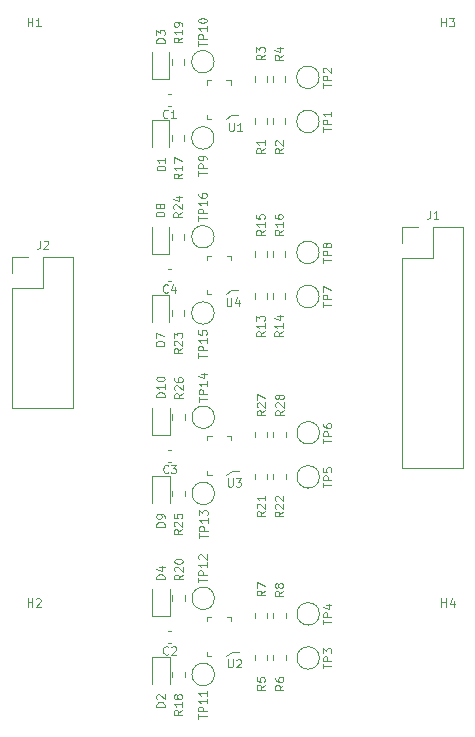
<source format=gbr>
%TF.GenerationSoftware,KiCad,Pcbnew,7.0.10*%
%TF.CreationDate,2024-06-09T22:37:06-03:00*%
%TF.ProjectId,level_translator_4ch,6c657665-6c5f-4747-9261-6e736c61746f,rev?*%
%TF.SameCoordinates,Original*%
%TF.FileFunction,Legend,Top*%
%TF.FilePolarity,Positive*%
%FSLAX46Y46*%
G04 Gerber Fmt 4.6, Leading zero omitted, Abs format (unit mm)*
G04 Created by KiCad (PCBNEW 7.0.10) date 2024-06-09 22:37:06*
%MOMM*%
%LPD*%
G01*
G04 APERTURE LIST*
%ADD10C,0.100000*%
%ADD11C,0.120000*%
G04 APERTURE END LIST*
D10*
X134020433Y-100211266D02*
X133320433Y-100211266D01*
X133320433Y-100211266D02*
X133320433Y-100044599D01*
X133320433Y-100044599D02*
X133353766Y-99944599D01*
X133353766Y-99944599D02*
X133420433Y-99877933D01*
X133420433Y-99877933D02*
X133487100Y-99844599D01*
X133487100Y-99844599D02*
X133620433Y-99811266D01*
X133620433Y-99811266D02*
X133720433Y-99811266D01*
X133720433Y-99811266D02*
X133853766Y-99844599D01*
X133853766Y-99844599D02*
X133920433Y-99877933D01*
X133920433Y-99877933D02*
X133987100Y-99944599D01*
X133987100Y-99944599D02*
X134020433Y-100044599D01*
X134020433Y-100044599D02*
X134020433Y-100211266D01*
X133320433Y-99577933D02*
X133320433Y-99111266D01*
X133320433Y-99111266D02*
X134020433Y-99411266D01*
X135548233Y-115772200D02*
X135214900Y-116005533D01*
X135548233Y-116172200D02*
X134848233Y-116172200D01*
X134848233Y-116172200D02*
X134848233Y-115905533D01*
X134848233Y-115905533D02*
X134881566Y-115838867D01*
X134881566Y-115838867D02*
X134914900Y-115805533D01*
X134914900Y-115805533D02*
X134981566Y-115772200D01*
X134981566Y-115772200D02*
X135081566Y-115772200D01*
X135081566Y-115772200D02*
X135148233Y-115805533D01*
X135148233Y-115805533D02*
X135181566Y-115838867D01*
X135181566Y-115838867D02*
X135214900Y-115905533D01*
X135214900Y-115905533D02*
X135214900Y-116172200D01*
X134914900Y-115505533D02*
X134881566Y-115472200D01*
X134881566Y-115472200D02*
X134848233Y-115405533D01*
X134848233Y-115405533D02*
X134848233Y-115238867D01*
X134848233Y-115238867D02*
X134881566Y-115172200D01*
X134881566Y-115172200D02*
X134914900Y-115138867D01*
X134914900Y-115138867D02*
X134981566Y-115105533D01*
X134981566Y-115105533D02*
X135048233Y-115105533D01*
X135048233Y-115105533D02*
X135148233Y-115138867D01*
X135148233Y-115138867D02*
X135548233Y-115538867D01*
X135548233Y-115538867D02*
X135548233Y-115105533D01*
X134848233Y-114472200D02*
X134848233Y-114805533D01*
X134848233Y-114805533D02*
X135181566Y-114838866D01*
X135181566Y-114838866D02*
X135148233Y-114805533D01*
X135148233Y-114805533D02*
X135114900Y-114738866D01*
X135114900Y-114738866D02*
X135114900Y-114572200D01*
X135114900Y-114572200D02*
X135148233Y-114505533D01*
X135148233Y-114505533D02*
X135181566Y-114472200D01*
X135181566Y-114472200D02*
X135248233Y-114438866D01*
X135248233Y-114438866D02*
X135414900Y-114438866D01*
X135414900Y-114438866D02*
X135481566Y-114472200D01*
X135481566Y-114472200D02*
X135514900Y-114505533D01*
X135514900Y-114505533D02*
X135548233Y-114572200D01*
X135548233Y-114572200D02*
X135548233Y-114738866D01*
X135548233Y-114738866D02*
X135514900Y-114805533D01*
X135514900Y-114805533D02*
X135481566Y-114838866D01*
X139514666Y-81355833D02*
X139514666Y-81922500D01*
X139514666Y-81922500D02*
X139548000Y-81989166D01*
X139548000Y-81989166D02*
X139581333Y-82022500D01*
X139581333Y-82022500D02*
X139648000Y-82055833D01*
X139648000Y-82055833D02*
X139781333Y-82055833D01*
X139781333Y-82055833D02*
X139848000Y-82022500D01*
X139848000Y-82022500D02*
X139881333Y-81989166D01*
X139881333Y-81989166D02*
X139914666Y-81922500D01*
X139914666Y-81922500D02*
X139914666Y-81355833D01*
X140614666Y-82055833D02*
X140214666Y-82055833D01*
X140414666Y-82055833D02*
X140414666Y-81355833D01*
X140414666Y-81355833D02*
X140347999Y-81455833D01*
X140347999Y-81455833D02*
X140281333Y-81522500D01*
X140281333Y-81522500D02*
X140214666Y-81555833D01*
X134075033Y-115534066D02*
X133375033Y-115534066D01*
X133375033Y-115534066D02*
X133375033Y-115367399D01*
X133375033Y-115367399D02*
X133408366Y-115267399D01*
X133408366Y-115267399D02*
X133475033Y-115200733D01*
X133475033Y-115200733D02*
X133541700Y-115167399D01*
X133541700Y-115167399D02*
X133675033Y-115134066D01*
X133675033Y-115134066D02*
X133775033Y-115134066D01*
X133775033Y-115134066D02*
X133908366Y-115167399D01*
X133908366Y-115167399D02*
X133975033Y-115200733D01*
X133975033Y-115200733D02*
X134041700Y-115267399D01*
X134041700Y-115267399D02*
X134075033Y-115367399D01*
X134075033Y-115367399D02*
X134075033Y-115534066D01*
X134075033Y-114800733D02*
X134075033Y-114667399D01*
X134075033Y-114667399D02*
X134041700Y-114600733D01*
X134041700Y-114600733D02*
X134008366Y-114567399D01*
X134008366Y-114567399D02*
X133908366Y-114500733D01*
X133908366Y-114500733D02*
X133775033Y-114467399D01*
X133775033Y-114467399D02*
X133508366Y-114467399D01*
X133508366Y-114467399D02*
X133441700Y-114500733D01*
X133441700Y-114500733D02*
X133408366Y-114534066D01*
X133408366Y-114534066D02*
X133375033Y-114600733D01*
X133375033Y-114600733D02*
X133375033Y-114734066D01*
X133375033Y-114734066D02*
X133408366Y-114800733D01*
X133408366Y-114800733D02*
X133441700Y-114834066D01*
X133441700Y-114834066D02*
X133508366Y-114867399D01*
X133508366Y-114867399D02*
X133675033Y-114867399D01*
X133675033Y-114867399D02*
X133741700Y-114834066D01*
X133741700Y-114834066D02*
X133775033Y-114800733D01*
X133775033Y-114800733D02*
X133808366Y-114734066D01*
X133808366Y-114734066D02*
X133808366Y-114600733D01*
X133808366Y-114600733D02*
X133775033Y-114534066D01*
X133775033Y-114534066D02*
X133741700Y-114500733D01*
X133741700Y-114500733D02*
X133675033Y-114467399D01*
X136923433Y-85820933D02*
X136923433Y-85420933D01*
X137623433Y-85620933D02*
X136923433Y-85620933D01*
X137623433Y-85187600D02*
X136923433Y-85187600D01*
X136923433Y-85187600D02*
X136923433Y-84920933D01*
X136923433Y-84920933D02*
X136956766Y-84854267D01*
X136956766Y-84854267D02*
X136990100Y-84820933D01*
X136990100Y-84820933D02*
X137056766Y-84787600D01*
X137056766Y-84787600D02*
X137156766Y-84787600D01*
X137156766Y-84787600D02*
X137223433Y-84820933D01*
X137223433Y-84820933D02*
X137256766Y-84854267D01*
X137256766Y-84854267D02*
X137290100Y-84920933D01*
X137290100Y-84920933D02*
X137290100Y-85187600D01*
X137623433Y-84454267D02*
X137623433Y-84320933D01*
X137623433Y-84320933D02*
X137590100Y-84254267D01*
X137590100Y-84254267D02*
X137556766Y-84220933D01*
X137556766Y-84220933D02*
X137456766Y-84154267D01*
X137456766Y-84154267D02*
X137323433Y-84120933D01*
X137323433Y-84120933D02*
X137056766Y-84120933D01*
X137056766Y-84120933D02*
X136990100Y-84154267D01*
X136990100Y-84154267D02*
X136956766Y-84187600D01*
X136956766Y-84187600D02*
X136923433Y-84254267D01*
X136923433Y-84254267D02*
X136923433Y-84387600D01*
X136923433Y-84387600D02*
X136956766Y-84454267D01*
X136956766Y-84454267D02*
X136990100Y-84487600D01*
X136990100Y-84487600D02*
X137056766Y-84520933D01*
X137056766Y-84520933D02*
X137223433Y-84520933D01*
X137223433Y-84520933D02*
X137290100Y-84487600D01*
X137290100Y-84487600D02*
X137323433Y-84454267D01*
X137323433Y-84454267D02*
X137356766Y-84387600D01*
X137356766Y-84387600D02*
X137356766Y-84254267D01*
X137356766Y-84254267D02*
X137323433Y-84187600D01*
X137323433Y-84187600D02*
X137290100Y-84154267D01*
X137290100Y-84154267D02*
X137223433Y-84120933D01*
X144133433Y-105688400D02*
X143800100Y-105921733D01*
X144133433Y-106088400D02*
X143433433Y-106088400D01*
X143433433Y-106088400D02*
X143433433Y-105821733D01*
X143433433Y-105821733D02*
X143466766Y-105755067D01*
X143466766Y-105755067D02*
X143500100Y-105721733D01*
X143500100Y-105721733D02*
X143566766Y-105688400D01*
X143566766Y-105688400D02*
X143666766Y-105688400D01*
X143666766Y-105688400D02*
X143733433Y-105721733D01*
X143733433Y-105721733D02*
X143766766Y-105755067D01*
X143766766Y-105755067D02*
X143800100Y-105821733D01*
X143800100Y-105821733D02*
X143800100Y-106088400D01*
X143500100Y-105421733D02*
X143466766Y-105388400D01*
X143466766Y-105388400D02*
X143433433Y-105321733D01*
X143433433Y-105321733D02*
X143433433Y-105155067D01*
X143433433Y-105155067D02*
X143466766Y-105088400D01*
X143466766Y-105088400D02*
X143500100Y-105055067D01*
X143500100Y-105055067D02*
X143566766Y-105021733D01*
X143566766Y-105021733D02*
X143633433Y-105021733D01*
X143633433Y-105021733D02*
X143733433Y-105055067D01*
X143733433Y-105055067D02*
X144133433Y-105455067D01*
X144133433Y-105455067D02*
X144133433Y-105021733D01*
X143733433Y-104621733D02*
X143700100Y-104688400D01*
X143700100Y-104688400D02*
X143666766Y-104721733D01*
X143666766Y-104721733D02*
X143600100Y-104755066D01*
X143600100Y-104755066D02*
X143566766Y-104755066D01*
X143566766Y-104755066D02*
X143500100Y-104721733D01*
X143500100Y-104721733D02*
X143466766Y-104688400D01*
X143466766Y-104688400D02*
X143433433Y-104621733D01*
X143433433Y-104621733D02*
X143433433Y-104488400D01*
X143433433Y-104488400D02*
X143466766Y-104421733D01*
X143466766Y-104421733D02*
X143500100Y-104388400D01*
X143500100Y-104388400D02*
X143566766Y-104355066D01*
X143566766Y-104355066D02*
X143600100Y-104355066D01*
X143600100Y-104355066D02*
X143666766Y-104388400D01*
X143666766Y-104388400D02*
X143700100Y-104421733D01*
X143700100Y-104421733D02*
X143733433Y-104488400D01*
X143733433Y-104488400D02*
X143733433Y-104621733D01*
X143733433Y-104621733D02*
X143766766Y-104688400D01*
X143766766Y-104688400D02*
X143800100Y-104721733D01*
X143800100Y-104721733D02*
X143866766Y-104755066D01*
X143866766Y-104755066D02*
X144000100Y-104755066D01*
X144000100Y-104755066D02*
X144066766Y-104721733D01*
X144066766Y-104721733D02*
X144100100Y-104688400D01*
X144100100Y-104688400D02*
X144133433Y-104621733D01*
X144133433Y-104621733D02*
X144133433Y-104488400D01*
X144133433Y-104488400D02*
X144100100Y-104421733D01*
X144100100Y-104421733D02*
X144066766Y-104388400D01*
X144066766Y-104388400D02*
X144000100Y-104355066D01*
X144000100Y-104355066D02*
X143866766Y-104355066D01*
X143866766Y-104355066D02*
X143800100Y-104388400D01*
X143800100Y-104388400D02*
X143766766Y-104421733D01*
X143766766Y-104421733D02*
X143733433Y-104488400D01*
X147490633Y-123809133D02*
X147490633Y-123409133D01*
X148190633Y-123609133D02*
X147490633Y-123609133D01*
X148190633Y-123175800D02*
X147490633Y-123175800D01*
X147490633Y-123175800D02*
X147490633Y-122909133D01*
X147490633Y-122909133D02*
X147523966Y-122842467D01*
X147523966Y-122842467D02*
X147557300Y-122809133D01*
X147557300Y-122809133D02*
X147623966Y-122775800D01*
X147623966Y-122775800D02*
X147723966Y-122775800D01*
X147723966Y-122775800D02*
X147790633Y-122809133D01*
X147790633Y-122809133D02*
X147823966Y-122842467D01*
X147823966Y-122842467D02*
X147857300Y-122909133D01*
X147857300Y-122909133D02*
X147857300Y-123175800D01*
X147723966Y-122175800D02*
X148190633Y-122175800D01*
X147457300Y-122342467D02*
X147957300Y-122509133D01*
X147957300Y-122509133D02*
X147957300Y-122075800D01*
X135548233Y-131056800D02*
X135214900Y-131290133D01*
X135548233Y-131456800D02*
X134848233Y-131456800D01*
X134848233Y-131456800D02*
X134848233Y-131190133D01*
X134848233Y-131190133D02*
X134881566Y-131123467D01*
X134881566Y-131123467D02*
X134914900Y-131090133D01*
X134914900Y-131090133D02*
X134981566Y-131056800D01*
X134981566Y-131056800D02*
X135081566Y-131056800D01*
X135081566Y-131056800D02*
X135148233Y-131090133D01*
X135148233Y-131090133D02*
X135181566Y-131123467D01*
X135181566Y-131123467D02*
X135214900Y-131190133D01*
X135214900Y-131190133D02*
X135214900Y-131456800D01*
X135548233Y-130390133D02*
X135548233Y-130790133D01*
X135548233Y-130590133D02*
X134848233Y-130590133D01*
X134848233Y-130590133D02*
X134948233Y-130656800D01*
X134948233Y-130656800D02*
X135014900Y-130723467D01*
X135014900Y-130723467D02*
X135048233Y-130790133D01*
X135148233Y-129990133D02*
X135114900Y-130056800D01*
X135114900Y-130056800D02*
X135081566Y-130090133D01*
X135081566Y-130090133D02*
X135014900Y-130123466D01*
X135014900Y-130123466D02*
X134981566Y-130123466D01*
X134981566Y-130123466D02*
X134914900Y-130090133D01*
X134914900Y-130090133D02*
X134881566Y-130056800D01*
X134881566Y-130056800D02*
X134848233Y-129990133D01*
X134848233Y-129990133D02*
X134848233Y-129856800D01*
X134848233Y-129856800D02*
X134881566Y-129790133D01*
X134881566Y-129790133D02*
X134914900Y-129756800D01*
X134914900Y-129756800D02*
X134981566Y-129723466D01*
X134981566Y-129723466D02*
X135014900Y-129723466D01*
X135014900Y-129723466D02*
X135081566Y-129756800D01*
X135081566Y-129756800D02*
X135114900Y-129790133D01*
X135114900Y-129790133D02*
X135148233Y-129856800D01*
X135148233Y-129856800D02*
X135148233Y-129990133D01*
X135148233Y-129990133D02*
X135181566Y-130056800D01*
X135181566Y-130056800D02*
X135214900Y-130090133D01*
X135214900Y-130090133D02*
X135281566Y-130123466D01*
X135281566Y-130123466D02*
X135414900Y-130123466D01*
X135414900Y-130123466D02*
X135481566Y-130090133D01*
X135481566Y-130090133D02*
X135514900Y-130056800D01*
X135514900Y-130056800D02*
X135548233Y-129990133D01*
X135548233Y-129990133D02*
X135548233Y-129856800D01*
X135548233Y-129856800D02*
X135514900Y-129790133D01*
X135514900Y-129790133D02*
X135481566Y-129756800D01*
X135481566Y-129756800D02*
X135414900Y-129723466D01*
X135414900Y-129723466D02*
X135281566Y-129723466D01*
X135281566Y-129723466D02*
X135214900Y-129756800D01*
X135214900Y-129756800D02*
X135181566Y-129790133D01*
X135181566Y-129790133D02*
X135148233Y-129856800D01*
X136927233Y-120256266D02*
X136927233Y-119856266D01*
X137627233Y-120056266D02*
X136927233Y-120056266D01*
X137627233Y-119622933D02*
X136927233Y-119622933D01*
X136927233Y-119622933D02*
X136927233Y-119356266D01*
X136927233Y-119356266D02*
X136960566Y-119289600D01*
X136960566Y-119289600D02*
X136993900Y-119256266D01*
X136993900Y-119256266D02*
X137060566Y-119222933D01*
X137060566Y-119222933D02*
X137160566Y-119222933D01*
X137160566Y-119222933D02*
X137227233Y-119256266D01*
X137227233Y-119256266D02*
X137260566Y-119289600D01*
X137260566Y-119289600D02*
X137293900Y-119356266D01*
X137293900Y-119356266D02*
X137293900Y-119622933D01*
X137627233Y-118556266D02*
X137627233Y-118956266D01*
X137627233Y-118756266D02*
X136927233Y-118756266D01*
X136927233Y-118756266D02*
X137027233Y-118822933D01*
X137027233Y-118822933D02*
X137093900Y-118889600D01*
X137093900Y-118889600D02*
X137127233Y-118956266D01*
X136993900Y-118289599D02*
X136960566Y-118256266D01*
X136960566Y-118256266D02*
X136927233Y-118189599D01*
X136927233Y-118189599D02*
X136927233Y-118022933D01*
X136927233Y-118022933D02*
X136960566Y-117956266D01*
X136960566Y-117956266D02*
X136993900Y-117922933D01*
X136993900Y-117922933D02*
X137060566Y-117889599D01*
X137060566Y-117889599D02*
X137127233Y-117889599D01*
X137127233Y-117889599D02*
X137227233Y-117922933D01*
X137227233Y-117922933D02*
X137627233Y-118322933D01*
X137627233Y-118322933D02*
X137627233Y-117889599D01*
X147465233Y-93202133D02*
X147465233Y-92802133D01*
X148165233Y-93002133D02*
X147465233Y-93002133D01*
X148165233Y-92568800D02*
X147465233Y-92568800D01*
X147465233Y-92568800D02*
X147465233Y-92302133D01*
X147465233Y-92302133D02*
X147498566Y-92235467D01*
X147498566Y-92235467D02*
X147531900Y-92202133D01*
X147531900Y-92202133D02*
X147598566Y-92168800D01*
X147598566Y-92168800D02*
X147698566Y-92168800D01*
X147698566Y-92168800D02*
X147765233Y-92202133D01*
X147765233Y-92202133D02*
X147798566Y-92235467D01*
X147798566Y-92235467D02*
X147831900Y-92302133D01*
X147831900Y-92302133D02*
X147831900Y-92568800D01*
X147765233Y-91768800D02*
X147731900Y-91835467D01*
X147731900Y-91835467D02*
X147698566Y-91868800D01*
X147698566Y-91868800D02*
X147631900Y-91902133D01*
X147631900Y-91902133D02*
X147598566Y-91902133D01*
X147598566Y-91902133D02*
X147531900Y-91868800D01*
X147531900Y-91868800D02*
X147498566Y-91835467D01*
X147498566Y-91835467D02*
X147465233Y-91768800D01*
X147465233Y-91768800D02*
X147465233Y-91635467D01*
X147465233Y-91635467D02*
X147498566Y-91568800D01*
X147498566Y-91568800D02*
X147531900Y-91535467D01*
X147531900Y-91535467D02*
X147598566Y-91502133D01*
X147598566Y-91502133D02*
X147631900Y-91502133D01*
X147631900Y-91502133D02*
X147698566Y-91535467D01*
X147698566Y-91535467D02*
X147731900Y-91568800D01*
X147731900Y-91568800D02*
X147765233Y-91635467D01*
X147765233Y-91635467D02*
X147765233Y-91768800D01*
X147765233Y-91768800D02*
X147798566Y-91835467D01*
X147798566Y-91835467D02*
X147831900Y-91868800D01*
X147831900Y-91868800D02*
X147898566Y-91902133D01*
X147898566Y-91902133D02*
X148031900Y-91902133D01*
X148031900Y-91902133D02*
X148098566Y-91868800D01*
X148098566Y-91868800D02*
X148131900Y-91835467D01*
X148131900Y-91835467D02*
X148165233Y-91768800D01*
X148165233Y-91768800D02*
X148165233Y-91635467D01*
X148165233Y-91635467D02*
X148131900Y-91568800D01*
X148131900Y-91568800D02*
X148098566Y-91535467D01*
X148098566Y-91535467D02*
X148031900Y-91502133D01*
X148031900Y-91502133D02*
X147898566Y-91502133D01*
X147898566Y-91502133D02*
X147831900Y-91535467D01*
X147831900Y-91535467D02*
X147798566Y-91568800D01*
X147798566Y-91568800D02*
X147765233Y-91635467D01*
X134347133Y-95669566D02*
X134313800Y-95702900D01*
X134313800Y-95702900D02*
X134213800Y-95736233D01*
X134213800Y-95736233D02*
X134147133Y-95736233D01*
X134147133Y-95736233D02*
X134047133Y-95702900D01*
X134047133Y-95702900D02*
X133980467Y-95636233D01*
X133980467Y-95636233D02*
X133947133Y-95569566D01*
X133947133Y-95569566D02*
X133913800Y-95436233D01*
X133913800Y-95436233D02*
X133913800Y-95336233D01*
X133913800Y-95336233D02*
X133947133Y-95202900D01*
X133947133Y-95202900D02*
X133980467Y-95136233D01*
X133980467Y-95136233D02*
X134047133Y-95069566D01*
X134047133Y-95069566D02*
X134147133Y-95036233D01*
X134147133Y-95036233D02*
X134213800Y-95036233D01*
X134213800Y-95036233D02*
X134313800Y-95069566D01*
X134313800Y-95069566D02*
X134347133Y-95102900D01*
X134947133Y-95269566D02*
X134947133Y-95736233D01*
X134780467Y-95002900D02*
X134613800Y-95502900D01*
X134613800Y-95502900D02*
X135047133Y-95502900D01*
X135595233Y-119593800D02*
X135261900Y-119827133D01*
X135595233Y-119993800D02*
X134895233Y-119993800D01*
X134895233Y-119993800D02*
X134895233Y-119727133D01*
X134895233Y-119727133D02*
X134928566Y-119660467D01*
X134928566Y-119660467D02*
X134961900Y-119627133D01*
X134961900Y-119627133D02*
X135028566Y-119593800D01*
X135028566Y-119593800D02*
X135128566Y-119593800D01*
X135128566Y-119593800D02*
X135195233Y-119627133D01*
X135195233Y-119627133D02*
X135228566Y-119660467D01*
X135228566Y-119660467D02*
X135261900Y-119727133D01*
X135261900Y-119727133D02*
X135261900Y-119993800D01*
X134961900Y-119327133D02*
X134928566Y-119293800D01*
X134928566Y-119293800D02*
X134895233Y-119227133D01*
X134895233Y-119227133D02*
X134895233Y-119060467D01*
X134895233Y-119060467D02*
X134928566Y-118993800D01*
X134928566Y-118993800D02*
X134961900Y-118960467D01*
X134961900Y-118960467D02*
X135028566Y-118927133D01*
X135028566Y-118927133D02*
X135095233Y-118927133D01*
X135095233Y-118927133D02*
X135195233Y-118960467D01*
X135195233Y-118960467D02*
X135595233Y-119360467D01*
X135595233Y-119360467D02*
X135595233Y-118927133D01*
X134895233Y-118493800D02*
X134895233Y-118427133D01*
X134895233Y-118427133D02*
X134928566Y-118360466D01*
X134928566Y-118360466D02*
X134961900Y-118327133D01*
X134961900Y-118327133D02*
X135028566Y-118293800D01*
X135028566Y-118293800D02*
X135161900Y-118260466D01*
X135161900Y-118260466D02*
X135328566Y-118260466D01*
X135328566Y-118260466D02*
X135461900Y-118293800D01*
X135461900Y-118293800D02*
X135528566Y-118327133D01*
X135528566Y-118327133D02*
X135561900Y-118360466D01*
X135561900Y-118360466D02*
X135595233Y-118427133D01*
X135595233Y-118427133D02*
X135595233Y-118493800D01*
X135595233Y-118493800D02*
X135561900Y-118560466D01*
X135561900Y-118560466D02*
X135528566Y-118593800D01*
X135528566Y-118593800D02*
X135461900Y-118627133D01*
X135461900Y-118627133D02*
X135328566Y-118660466D01*
X135328566Y-118660466D02*
X135161900Y-118660466D01*
X135161900Y-118660466D02*
X135028566Y-118627133D01*
X135028566Y-118627133D02*
X134961900Y-118593800D01*
X134961900Y-118593800D02*
X134928566Y-118560466D01*
X134928566Y-118560466D02*
X134895233Y-118493800D01*
X142525633Y-75580066D02*
X142192300Y-75813399D01*
X142525633Y-75980066D02*
X141825633Y-75980066D01*
X141825633Y-75980066D02*
X141825633Y-75713399D01*
X141825633Y-75713399D02*
X141858966Y-75646733D01*
X141858966Y-75646733D02*
X141892300Y-75613399D01*
X141892300Y-75613399D02*
X141958966Y-75580066D01*
X141958966Y-75580066D02*
X142058966Y-75580066D01*
X142058966Y-75580066D02*
X142125633Y-75613399D01*
X142125633Y-75613399D02*
X142158966Y-75646733D01*
X142158966Y-75646733D02*
X142192300Y-75713399D01*
X142192300Y-75713399D02*
X142192300Y-75980066D01*
X141825633Y-75346733D02*
X141825633Y-74913399D01*
X141825633Y-74913399D02*
X142092300Y-75146733D01*
X142092300Y-75146733D02*
X142092300Y-75046733D01*
X142092300Y-75046733D02*
X142125633Y-74980066D01*
X142125633Y-74980066D02*
X142158966Y-74946733D01*
X142158966Y-74946733D02*
X142225633Y-74913399D01*
X142225633Y-74913399D02*
X142392300Y-74913399D01*
X142392300Y-74913399D02*
X142458966Y-74946733D01*
X142458966Y-74946733D02*
X142492300Y-74980066D01*
X142492300Y-74980066D02*
X142525633Y-75046733D01*
X142525633Y-75046733D02*
X142525633Y-75246733D01*
X142525633Y-75246733D02*
X142492300Y-75313399D01*
X142492300Y-75313399D02*
X142458966Y-75346733D01*
X135599033Y-104234400D02*
X135265700Y-104467733D01*
X135599033Y-104634400D02*
X134899033Y-104634400D01*
X134899033Y-104634400D02*
X134899033Y-104367733D01*
X134899033Y-104367733D02*
X134932366Y-104301067D01*
X134932366Y-104301067D02*
X134965700Y-104267733D01*
X134965700Y-104267733D02*
X135032366Y-104234400D01*
X135032366Y-104234400D02*
X135132366Y-104234400D01*
X135132366Y-104234400D02*
X135199033Y-104267733D01*
X135199033Y-104267733D02*
X135232366Y-104301067D01*
X135232366Y-104301067D02*
X135265700Y-104367733D01*
X135265700Y-104367733D02*
X135265700Y-104634400D01*
X134965700Y-103967733D02*
X134932366Y-103934400D01*
X134932366Y-103934400D02*
X134899033Y-103867733D01*
X134899033Y-103867733D02*
X134899033Y-103701067D01*
X134899033Y-103701067D02*
X134932366Y-103634400D01*
X134932366Y-103634400D02*
X134965700Y-103601067D01*
X134965700Y-103601067D02*
X135032366Y-103567733D01*
X135032366Y-103567733D02*
X135099033Y-103567733D01*
X135099033Y-103567733D02*
X135199033Y-103601067D01*
X135199033Y-103601067D02*
X135599033Y-104001067D01*
X135599033Y-104001067D02*
X135599033Y-103567733D01*
X134899033Y-102967733D02*
X134899033Y-103101066D01*
X134899033Y-103101066D02*
X134932366Y-103167733D01*
X134932366Y-103167733D02*
X134965700Y-103201066D01*
X134965700Y-103201066D02*
X135065700Y-103267733D01*
X135065700Y-103267733D02*
X135199033Y-103301066D01*
X135199033Y-103301066D02*
X135465700Y-103301066D01*
X135465700Y-103301066D02*
X135532366Y-103267733D01*
X135532366Y-103267733D02*
X135565700Y-103234400D01*
X135565700Y-103234400D02*
X135599033Y-103167733D01*
X135599033Y-103167733D02*
X135599033Y-103034400D01*
X135599033Y-103034400D02*
X135565700Y-102967733D01*
X135565700Y-102967733D02*
X135532366Y-102934400D01*
X135532366Y-102934400D02*
X135465700Y-102901066D01*
X135465700Y-102901066D02*
X135299033Y-102901066D01*
X135299033Y-102901066D02*
X135232366Y-102934400D01*
X135232366Y-102934400D02*
X135199033Y-102967733D01*
X135199033Y-102967733D02*
X135165700Y-103034400D01*
X135165700Y-103034400D02*
X135165700Y-103167733D01*
X135165700Y-103167733D02*
X135199033Y-103234400D01*
X135199033Y-103234400D02*
X135232366Y-103267733D01*
X135232366Y-103267733D02*
X135299033Y-103301066D01*
X147494433Y-108477733D02*
X147494433Y-108077733D01*
X148194433Y-108277733D02*
X147494433Y-108277733D01*
X148194433Y-107844400D02*
X147494433Y-107844400D01*
X147494433Y-107844400D02*
X147494433Y-107577733D01*
X147494433Y-107577733D02*
X147527766Y-107511067D01*
X147527766Y-107511067D02*
X147561100Y-107477733D01*
X147561100Y-107477733D02*
X147627766Y-107444400D01*
X147627766Y-107444400D02*
X147727766Y-107444400D01*
X147727766Y-107444400D02*
X147794433Y-107477733D01*
X147794433Y-107477733D02*
X147827766Y-107511067D01*
X147827766Y-107511067D02*
X147861100Y-107577733D01*
X147861100Y-107577733D02*
X147861100Y-107844400D01*
X147494433Y-106844400D02*
X147494433Y-106977733D01*
X147494433Y-106977733D02*
X147527766Y-107044400D01*
X147527766Y-107044400D02*
X147561100Y-107077733D01*
X147561100Y-107077733D02*
X147661100Y-107144400D01*
X147661100Y-107144400D02*
X147794433Y-107177733D01*
X147794433Y-107177733D02*
X148061100Y-107177733D01*
X148061100Y-107177733D02*
X148127766Y-107144400D01*
X148127766Y-107144400D02*
X148161100Y-107111067D01*
X148161100Y-107111067D02*
X148194433Y-107044400D01*
X148194433Y-107044400D02*
X148194433Y-106911067D01*
X148194433Y-106911067D02*
X148161100Y-106844400D01*
X148161100Y-106844400D02*
X148127766Y-106811067D01*
X148127766Y-106811067D02*
X148061100Y-106777733D01*
X148061100Y-106777733D02*
X147894433Y-106777733D01*
X147894433Y-106777733D02*
X147827766Y-106811067D01*
X147827766Y-106811067D02*
X147794433Y-106844400D01*
X147794433Y-106844400D02*
X147761100Y-106911067D01*
X147761100Y-106911067D02*
X147761100Y-107044400D01*
X147761100Y-107044400D02*
X147794433Y-107111067D01*
X147794433Y-107111067D02*
X147827766Y-107144400D01*
X147827766Y-107144400D02*
X147894433Y-107177733D01*
X137007233Y-116507266D02*
X137007233Y-116107266D01*
X137707233Y-116307266D02*
X137007233Y-116307266D01*
X137707233Y-115873933D02*
X137007233Y-115873933D01*
X137007233Y-115873933D02*
X137007233Y-115607266D01*
X137007233Y-115607266D02*
X137040566Y-115540600D01*
X137040566Y-115540600D02*
X137073900Y-115507266D01*
X137073900Y-115507266D02*
X137140566Y-115473933D01*
X137140566Y-115473933D02*
X137240566Y-115473933D01*
X137240566Y-115473933D02*
X137307233Y-115507266D01*
X137307233Y-115507266D02*
X137340566Y-115540600D01*
X137340566Y-115540600D02*
X137373900Y-115607266D01*
X137373900Y-115607266D02*
X137373900Y-115873933D01*
X137707233Y-114807266D02*
X137707233Y-115207266D01*
X137707233Y-115007266D02*
X137007233Y-115007266D01*
X137007233Y-115007266D02*
X137107233Y-115073933D01*
X137107233Y-115073933D02*
X137173900Y-115140600D01*
X137173900Y-115140600D02*
X137207233Y-115207266D01*
X137007233Y-114573933D02*
X137007233Y-114140599D01*
X137007233Y-114140599D02*
X137273900Y-114373933D01*
X137273900Y-114373933D02*
X137273900Y-114273933D01*
X137273900Y-114273933D02*
X137307233Y-114207266D01*
X137307233Y-114207266D02*
X137340566Y-114173933D01*
X137340566Y-114173933D02*
X137407233Y-114140599D01*
X137407233Y-114140599D02*
X137573900Y-114140599D01*
X137573900Y-114140599D02*
X137640566Y-114173933D01*
X137640566Y-114173933D02*
X137673900Y-114207266D01*
X137673900Y-114207266D02*
X137707233Y-114273933D01*
X137707233Y-114273933D02*
X137707233Y-114473933D01*
X137707233Y-114473933D02*
X137673900Y-114540599D01*
X137673900Y-114540599D02*
X137640566Y-114573933D01*
X122478866Y-73182233D02*
X122478866Y-72482233D01*
X122478866Y-72815566D02*
X122878866Y-72815566D01*
X122878866Y-73182233D02*
X122878866Y-72482233D01*
X123578866Y-73182233D02*
X123178866Y-73182233D01*
X123378866Y-73182233D02*
X123378866Y-72482233D01*
X123378866Y-72482233D02*
X123312199Y-72582233D01*
X123312199Y-72582233D02*
X123245533Y-72648900D01*
X123245533Y-72648900D02*
X123178866Y-72682233D01*
X142529433Y-99001600D02*
X142196100Y-99234933D01*
X142529433Y-99401600D02*
X141829433Y-99401600D01*
X141829433Y-99401600D02*
X141829433Y-99134933D01*
X141829433Y-99134933D02*
X141862766Y-99068267D01*
X141862766Y-99068267D02*
X141896100Y-99034933D01*
X141896100Y-99034933D02*
X141962766Y-99001600D01*
X141962766Y-99001600D02*
X142062766Y-99001600D01*
X142062766Y-99001600D02*
X142129433Y-99034933D01*
X142129433Y-99034933D02*
X142162766Y-99068267D01*
X142162766Y-99068267D02*
X142196100Y-99134933D01*
X142196100Y-99134933D02*
X142196100Y-99401600D01*
X142529433Y-98334933D02*
X142529433Y-98734933D01*
X142529433Y-98534933D02*
X141829433Y-98534933D01*
X141829433Y-98534933D02*
X141929433Y-98601600D01*
X141929433Y-98601600D02*
X141996100Y-98668267D01*
X141996100Y-98668267D02*
X142029433Y-98734933D01*
X141829433Y-98101600D02*
X141829433Y-97668266D01*
X141829433Y-97668266D02*
X142096100Y-97901600D01*
X142096100Y-97901600D02*
X142096100Y-97801600D01*
X142096100Y-97801600D02*
X142129433Y-97734933D01*
X142129433Y-97734933D02*
X142162766Y-97701600D01*
X142162766Y-97701600D02*
X142229433Y-97668266D01*
X142229433Y-97668266D02*
X142396100Y-97668266D01*
X142396100Y-97668266D02*
X142462766Y-97701600D01*
X142462766Y-97701600D02*
X142496100Y-97734933D01*
X142496100Y-97734933D02*
X142529433Y-97801600D01*
X142529433Y-97801600D02*
X142529433Y-98001600D01*
X142529433Y-98001600D02*
X142496100Y-98068266D01*
X142496100Y-98068266D02*
X142462766Y-98101600D01*
X134067433Y-74557666D02*
X133367433Y-74557666D01*
X133367433Y-74557666D02*
X133367433Y-74390999D01*
X133367433Y-74390999D02*
X133400766Y-74290999D01*
X133400766Y-74290999D02*
X133467433Y-74224333D01*
X133467433Y-74224333D02*
X133534100Y-74190999D01*
X133534100Y-74190999D02*
X133667433Y-74157666D01*
X133667433Y-74157666D02*
X133767433Y-74157666D01*
X133767433Y-74157666D02*
X133900766Y-74190999D01*
X133900766Y-74190999D02*
X133967433Y-74224333D01*
X133967433Y-74224333D02*
X134034100Y-74290999D01*
X134034100Y-74290999D02*
X134067433Y-74390999D01*
X134067433Y-74390999D02*
X134067433Y-74557666D01*
X133367433Y-73924333D02*
X133367433Y-73490999D01*
X133367433Y-73490999D02*
X133634100Y-73724333D01*
X133634100Y-73724333D02*
X133634100Y-73624333D01*
X133634100Y-73624333D02*
X133667433Y-73557666D01*
X133667433Y-73557666D02*
X133700766Y-73524333D01*
X133700766Y-73524333D02*
X133767433Y-73490999D01*
X133767433Y-73490999D02*
X133934100Y-73490999D01*
X133934100Y-73490999D02*
X134000766Y-73524333D01*
X134000766Y-73524333D02*
X134034100Y-73557666D01*
X134034100Y-73557666D02*
X134067433Y-73624333D01*
X134067433Y-73624333D02*
X134067433Y-73824333D01*
X134067433Y-73824333D02*
X134034100Y-73890999D01*
X134034100Y-73890999D02*
X134000766Y-73924333D01*
X134092833Y-85378066D02*
X133392833Y-85378066D01*
X133392833Y-85378066D02*
X133392833Y-85211399D01*
X133392833Y-85211399D02*
X133426166Y-85111399D01*
X133426166Y-85111399D02*
X133492833Y-85044733D01*
X133492833Y-85044733D02*
X133559500Y-85011399D01*
X133559500Y-85011399D02*
X133692833Y-84978066D01*
X133692833Y-84978066D02*
X133792833Y-84978066D01*
X133792833Y-84978066D02*
X133926166Y-85011399D01*
X133926166Y-85011399D02*
X133992833Y-85044733D01*
X133992833Y-85044733D02*
X134059500Y-85111399D01*
X134059500Y-85111399D02*
X134092833Y-85211399D01*
X134092833Y-85211399D02*
X134092833Y-85378066D01*
X134092833Y-84311399D02*
X134092833Y-84711399D01*
X134092833Y-84511399D02*
X133392833Y-84511399D01*
X133392833Y-84511399D02*
X133492833Y-84578066D01*
X133492833Y-84578066D02*
X133559500Y-84644733D01*
X133559500Y-84644733D02*
X133592833Y-84711399D01*
X142584033Y-105688400D02*
X142250700Y-105921733D01*
X142584033Y-106088400D02*
X141884033Y-106088400D01*
X141884033Y-106088400D02*
X141884033Y-105821733D01*
X141884033Y-105821733D02*
X141917366Y-105755067D01*
X141917366Y-105755067D02*
X141950700Y-105721733D01*
X141950700Y-105721733D02*
X142017366Y-105688400D01*
X142017366Y-105688400D02*
X142117366Y-105688400D01*
X142117366Y-105688400D02*
X142184033Y-105721733D01*
X142184033Y-105721733D02*
X142217366Y-105755067D01*
X142217366Y-105755067D02*
X142250700Y-105821733D01*
X142250700Y-105821733D02*
X142250700Y-106088400D01*
X141950700Y-105421733D02*
X141917366Y-105388400D01*
X141917366Y-105388400D02*
X141884033Y-105321733D01*
X141884033Y-105321733D02*
X141884033Y-105155067D01*
X141884033Y-105155067D02*
X141917366Y-105088400D01*
X141917366Y-105088400D02*
X141950700Y-105055067D01*
X141950700Y-105055067D02*
X142017366Y-105021733D01*
X142017366Y-105021733D02*
X142084033Y-105021733D01*
X142084033Y-105021733D02*
X142184033Y-105055067D01*
X142184033Y-105055067D02*
X142584033Y-105455067D01*
X142584033Y-105455067D02*
X142584033Y-105021733D01*
X141884033Y-104788400D02*
X141884033Y-104321733D01*
X141884033Y-104321733D02*
X142584033Y-104621733D01*
X144129633Y-128937866D02*
X143796300Y-129171199D01*
X144129633Y-129337866D02*
X143429633Y-129337866D01*
X143429633Y-129337866D02*
X143429633Y-129071199D01*
X143429633Y-129071199D02*
X143462966Y-129004533D01*
X143462966Y-129004533D02*
X143496300Y-128971199D01*
X143496300Y-128971199D02*
X143562966Y-128937866D01*
X143562966Y-128937866D02*
X143662966Y-128937866D01*
X143662966Y-128937866D02*
X143729633Y-128971199D01*
X143729633Y-128971199D02*
X143762966Y-129004533D01*
X143762966Y-129004533D02*
X143796300Y-129071199D01*
X143796300Y-129071199D02*
X143796300Y-129337866D01*
X143429633Y-128337866D02*
X143429633Y-128471199D01*
X143429633Y-128471199D02*
X143462966Y-128537866D01*
X143462966Y-128537866D02*
X143496300Y-128571199D01*
X143496300Y-128571199D02*
X143596300Y-128637866D01*
X143596300Y-128637866D02*
X143729633Y-128671199D01*
X143729633Y-128671199D02*
X143996300Y-128671199D01*
X143996300Y-128671199D02*
X144062966Y-128637866D01*
X144062966Y-128637866D02*
X144096300Y-128604533D01*
X144096300Y-128604533D02*
X144129633Y-128537866D01*
X144129633Y-128537866D02*
X144129633Y-128404533D01*
X144129633Y-128404533D02*
X144096300Y-128337866D01*
X144096300Y-128337866D02*
X144062966Y-128304533D01*
X144062966Y-128304533D02*
X143996300Y-128271199D01*
X143996300Y-128271199D02*
X143829633Y-128271199D01*
X143829633Y-128271199D02*
X143762966Y-128304533D01*
X143762966Y-128304533D02*
X143729633Y-128337866D01*
X143729633Y-128337866D02*
X143696300Y-128404533D01*
X143696300Y-128404533D02*
X143696300Y-128537866D01*
X143696300Y-128537866D02*
X143729633Y-128604533D01*
X143729633Y-128604533D02*
X143762966Y-128637866D01*
X143762966Y-128637866D02*
X143829633Y-128671199D01*
X157505466Y-73182233D02*
X157505466Y-72482233D01*
X157505466Y-72815566D02*
X157905466Y-72815566D01*
X157905466Y-73182233D02*
X157905466Y-72482233D01*
X158172133Y-72482233D02*
X158605466Y-72482233D01*
X158605466Y-72482233D02*
X158372133Y-72748900D01*
X158372133Y-72748900D02*
X158472133Y-72748900D01*
X158472133Y-72748900D02*
X158538799Y-72782233D01*
X158538799Y-72782233D02*
X158572133Y-72815566D01*
X158572133Y-72815566D02*
X158605466Y-72882233D01*
X158605466Y-72882233D02*
X158605466Y-73048900D01*
X158605466Y-73048900D02*
X158572133Y-73115566D01*
X158572133Y-73115566D02*
X158538799Y-73148900D01*
X158538799Y-73148900D02*
X158472133Y-73182233D01*
X158472133Y-73182233D02*
X158272133Y-73182233D01*
X158272133Y-73182233D02*
X158205466Y-73148900D01*
X158205466Y-73148900D02*
X158172133Y-73115566D01*
X122478866Y-122305833D02*
X122478866Y-121605833D01*
X122478866Y-121939166D02*
X122878866Y-121939166D01*
X122878866Y-122305833D02*
X122878866Y-121605833D01*
X123178866Y-121672500D02*
X123212199Y-121639166D01*
X123212199Y-121639166D02*
X123278866Y-121605833D01*
X123278866Y-121605833D02*
X123445533Y-121605833D01*
X123445533Y-121605833D02*
X123512199Y-121639166D01*
X123512199Y-121639166D02*
X123545533Y-121672500D01*
X123545533Y-121672500D02*
X123578866Y-121739166D01*
X123578866Y-121739166D02*
X123578866Y-121805833D01*
X123578866Y-121805833D02*
X123545533Y-121905833D01*
X123545533Y-121905833D02*
X123145533Y-122305833D01*
X123145533Y-122305833D02*
X123578866Y-122305833D01*
X156535466Y-88779433D02*
X156535466Y-89279433D01*
X156535466Y-89279433D02*
X156502133Y-89379433D01*
X156502133Y-89379433D02*
X156435466Y-89446100D01*
X156435466Y-89446100D02*
X156335466Y-89479433D01*
X156335466Y-89479433D02*
X156268800Y-89479433D01*
X157235466Y-89479433D02*
X156835466Y-89479433D01*
X157035466Y-89479433D02*
X157035466Y-88779433D01*
X157035466Y-88779433D02*
X156968799Y-88879433D01*
X156968799Y-88879433D02*
X156902133Y-88946100D01*
X156902133Y-88946100D02*
X156835466Y-88979433D01*
X144104233Y-120987666D02*
X143770900Y-121220999D01*
X144104233Y-121387666D02*
X143404233Y-121387666D01*
X143404233Y-121387666D02*
X143404233Y-121120999D01*
X143404233Y-121120999D02*
X143437566Y-121054333D01*
X143437566Y-121054333D02*
X143470900Y-121020999D01*
X143470900Y-121020999D02*
X143537566Y-120987666D01*
X143537566Y-120987666D02*
X143637566Y-120987666D01*
X143637566Y-120987666D02*
X143704233Y-121020999D01*
X143704233Y-121020999D02*
X143737566Y-121054333D01*
X143737566Y-121054333D02*
X143770900Y-121120999D01*
X143770900Y-121120999D02*
X143770900Y-121387666D01*
X143704233Y-120587666D02*
X143670900Y-120654333D01*
X143670900Y-120654333D02*
X143637566Y-120687666D01*
X143637566Y-120687666D02*
X143570900Y-120720999D01*
X143570900Y-120720999D02*
X143537566Y-120720999D01*
X143537566Y-120720999D02*
X143470900Y-120687666D01*
X143470900Y-120687666D02*
X143437566Y-120654333D01*
X143437566Y-120654333D02*
X143404233Y-120587666D01*
X143404233Y-120587666D02*
X143404233Y-120454333D01*
X143404233Y-120454333D02*
X143437566Y-120387666D01*
X143437566Y-120387666D02*
X143470900Y-120354333D01*
X143470900Y-120354333D02*
X143537566Y-120320999D01*
X143537566Y-120320999D02*
X143570900Y-120320999D01*
X143570900Y-120320999D02*
X143637566Y-120354333D01*
X143637566Y-120354333D02*
X143670900Y-120387666D01*
X143670900Y-120387666D02*
X143704233Y-120454333D01*
X143704233Y-120454333D02*
X143704233Y-120587666D01*
X143704233Y-120587666D02*
X143737566Y-120654333D01*
X143737566Y-120654333D02*
X143770900Y-120687666D01*
X143770900Y-120687666D02*
X143837566Y-120720999D01*
X143837566Y-120720999D02*
X143970900Y-120720999D01*
X143970900Y-120720999D02*
X144037566Y-120687666D01*
X144037566Y-120687666D02*
X144070900Y-120654333D01*
X144070900Y-120654333D02*
X144104233Y-120587666D01*
X144104233Y-120587666D02*
X144104233Y-120454333D01*
X144104233Y-120454333D02*
X144070900Y-120387666D01*
X144070900Y-120387666D02*
X144037566Y-120354333D01*
X144037566Y-120354333D02*
X143970900Y-120320999D01*
X143970900Y-120320999D02*
X143837566Y-120320999D01*
X143837566Y-120320999D02*
X143770900Y-120354333D01*
X143770900Y-120354333D02*
X143737566Y-120387666D01*
X143737566Y-120387666D02*
X143704233Y-120454333D01*
X139420666Y-111454833D02*
X139420666Y-112021500D01*
X139420666Y-112021500D02*
X139454000Y-112088166D01*
X139454000Y-112088166D02*
X139487333Y-112121500D01*
X139487333Y-112121500D02*
X139554000Y-112154833D01*
X139554000Y-112154833D02*
X139687333Y-112154833D01*
X139687333Y-112154833D02*
X139754000Y-112121500D01*
X139754000Y-112121500D02*
X139787333Y-112088166D01*
X139787333Y-112088166D02*
X139820666Y-112021500D01*
X139820666Y-112021500D02*
X139820666Y-111454833D01*
X140087333Y-111454833D02*
X140520666Y-111454833D01*
X140520666Y-111454833D02*
X140287333Y-111721500D01*
X140287333Y-111721500D02*
X140387333Y-111721500D01*
X140387333Y-111721500D02*
X140453999Y-111754833D01*
X140453999Y-111754833D02*
X140487333Y-111788166D01*
X140487333Y-111788166D02*
X140520666Y-111854833D01*
X140520666Y-111854833D02*
X140520666Y-112021500D01*
X140520666Y-112021500D02*
X140487333Y-112088166D01*
X140487333Y-112088166D02*
X140453999Y-112121500D01*
X140453999Y-112121500D02*
X140387333Y-112154833D01*
X140387333Y-112154833D02*
X140187333Y-112154833D01*
X140187333Y-112154833D02*
X140120666Y-112121500D01*
X140120666Y-112121500D02*
X140087333Y-112088166D01*
X142558633Y-114248200D02*
X142225300Y-114481533D01*
X142558633Y-114648200D02*
X141858633Y-114648200D01*
X141858633Y-114648200D02*
X141858633Y-114381533D01*
X141858633Y-114381533D02*
X141891966Y-114314867D01*
X141891966Y-114314867D02*
X141925300Y-114281533D01*
X141925300Y-114281533D02*
X141991966Y-114248200D01*
X141991966Y-114248200D02*
X142091966Y-114248200D01*
X142091966Y-114248200D02*
X142158633Y-114281533D01*
X142158633Y-114281533D02*
X142191966Y-114314867D01*
X142191966Y-114314867D02*
X142225300Y-114381533D01*
X142225300Y-114381533D02*
X142225300Y-114648200D01*
X141925300Y-113981533D02*
X141891966Y-113948200D01*
X141891966Y-113948200D02*
X141858633Y-113881533D01*
X141858633Y-113881533D02*
X141858633Y-113714867D01*
X141858633Y-113714867D02*
X141891966Y-113648200D01*
X141891966Y-113648200D02*
X141925300Y-113614867D01*
X141925300Y-113614867D02*
X141991966Y-113581533D01*
X141991966Y-113581533D02*
X142058633Y-113581533D01*
X142058633Y-113581533D02*
X142158633Y-113614867D01*
X142158633Y-113614867D02*
X142558633Y-114014867D01*
X142558633Y-114014867D02*
X142558633Y-113581533D01*
X142558633Y-112914866D02*
X142558633Y-113314866D01*
X142558633Y-113114866D02*
X141858633Y-113114866D01*
X141858633Y-113114866D02*
X141958633Y-113181533D01*
X141958633Y-113181533D02*
X142025300Y-113248200D01*
X142025300Y-113248200D02*
X142058633Y-113314866D01*
X144078833Y-90416400D02*
X143745500Y-90649733D01*
X144078833Y-90816400D02*
X143378833Y-90816400D01*
X143378833Y-90816400D02*
X143378833Y-90549733D01*
X143378833Y-90549733D02*
X143412166Y-90483067D01*
X143412166Y-90483067D02*
X143445500Y-90449733D01*
X143445500Y-90449733D02*
X143512166Y-90416400D01*
X143512166Y-90416400D02*
X143612166Y-90416400D01*
X143612166Y-90416400D02*
X143678833Y-90449733D01*
X143678833Y-90449733D02*
X143712166Y-90483067D01*
X143712166Y-90483067D02*
X143745500Y-90549733D01*
X143745500Y-90549733D02*
X143745500Y-90816400D01*
X144078833Y-89749733D02*
X144078833Y-90149733D01*
X144078833Y-89949733D02*
X143378833Y-89949733D01*
X143378833Y-89949733D02*
X143478833Y-90016400D01*
X143478833Y-90016400D02*
X143545500Y-90083067D01*
X143545500Y-90083067D02*
X143578833Y-90149733D01*
X143378833Y-89149733D02*
X143378833Y-89283066D01*
X143378833Y-89283066D02*
X143412166Y-89349733D01*
X143412166Y-89349733D02*
X143445500Y-89383066D01*
X143445500Y-89383066D02*
X143545500Y-89449733D01*
X143545500Y-89449733D02*
X143678833Y-89483066D01*
X143678833Y-89483066D02*
X143945500Y-89483066D01*
X143945500Y-89483066D02*
X144012166Y-89449733D01*
X144012166Y-89449733D02*
X144045500Y-89416400D01*
X144045500Y-89416400D02*
X144078833Y-89349733D01*
X144078833Y-89349733D02*
X144078833Y-89216400D01*
X144078833Y-89216400D02*
X144045500Y-89149733D01*
X144045500Y-89149733D02*
X144012166Y-89116400D01*
X144012166Y-89116400D02*
X143945500Y-89083066D01*
X143945500Y-89083066D02*
X143778833Y-89083066D01*
X143778833Y-89083066D02*
X143712166Y-89116400D01*
X143712166Y-89116400D02*
X143678833Y-89149733D01*
X143678833Y-89149733D02*
X143645500Y-89216400D01*
X143645500Y-89216400D02*
X143645500Y-89349733D01*
X143645500Y-89349733D02*
X143678833Y-89416400D01*
X143678833Y-89416400D02*
X143712166Y-89449733D01*
X143712166Y-89449733D02*
X143778833Y-89483066D01*
X144108033Y-114273600D02*
X143774700Y-114506933D01*
X144108033Y-114673600D02*
X143408033Y-114673600D01*
X143408033Y-114673600D02*
X143408033Y-114406933D01*
X143408033Y-114406933D02*
X143441366Y-114340267D01*
X143441366Y-114340267D02*
X143474700Y-114306933D01*
X143474700Y-114306933D02*
X143541366Y-114273600D01*
X143541366Y-114273600D02*
X143641366Y-114273600D01*
X143641366Y-114273600D02*
X143708033Y-114306933D01*
X143708033Y-114306933D02*
X143741366Y-114340267D01*
X143741366Y-114340267D02*
X143774700Y-114406933D01*
X143774700Y-114406933D02*
X143774700Y-114673600D01*
X143474700Y-114006933D02*
X143441366Y-113973600D01*
X143441366Y-113973600D02*
X143408033Y-113906933D01*
X143408033Y-113906933D02*
X143408033Y-113740267D01*
X143408033Y-113740267D02*
X143441366Y-113673600D01*
X143441366Y-113673600D02*
X143474700Y-113640267D01*
X143474700Y-113640267D02*
X143541366Y-113606933D01*
X143541366Y-113606933D02*
X143608033Y-113606933D01*
X143608033Y-113606933D02*
X143708033Y-113640267D01*
X143708033Y-113640267D02*
X144108033Y-114040267D01*
X144108033Y-114040267D02*
X144108033Y-113606933D01*
X143474700Y-113340266D02*
X143441366Y-113306933D01*
X143441366Y-113306933D02*
X143408033Y-113240266D01*
X143408033Y-113240266D02*
X143408033Y-113073600D01*
X143408033Y-113073600D02*
X143441366Y-113006933D01*
X143441366Y-113006933D02*
X143474700Y-112973600D01*
X143474700Y-112973600D02*
X143541366Y-112940266D01*
X143541366Y-112940266D02*
X143608033Y-112940266D01*
X143608033Y-112940266D02*
X143708033Y-112973600D01*
X143708033Y-112973600D02*
X144108033Y-113373600D01*
X144108033Y-113373600D02*
X144108033Y-112940266D01*
X144100433Y-83504866D02*
X143767100Y-83738199D01*
X144100433Y-83904866D02*
X143400433Y-83904866D01*
X143400433Y-83904866D02*
X143400433Y-83638199D01*
X143400433Y-83638199D02*
X143433766Y-83571533D01*
X143433766Y-83571533D02*
X143467100Y-83538199D01*
X143467100Y-83538199D02*
X143533766Y-83504866D01*
X143533766Y-83504866D02*
X143633766Y-83504866D01*
X143633766Y-83504866D02*
X143700433Y-83538199D01*
X143700433Y-83538199D02*
X143733766Y-83571533D01*
X143733766Y-83571533D02*
X143767100Y-83638199D01*
X143767100Y-83638199D02*
X143767100Y-83904866D01*
X143467100Y-83238199D02*
X143433766Y-83204866D01*
X143433766Y-83204866D02*
X143400433Y-83138199D01*
X143400433Y-83138199D02*
X143400433Y-82971533D01*
X143400433Y-82971533D02*
X143433766Y-82904866D01*
X143433766Y-82904866D02*
X143467100Y-82871533D01*
X143467100Y-82871533D02*
X143533766Y-82838199D01*
X143533766Y-82838199D02*
X143600433Y-82838199D01*
X143600433Y-82838199D02*
X143700433Y-82871533D01*
X143700433Y-82871533D02*
X144100433Y-83271533D01*
X144100433Y-83271533D02*
X144100433Y-82838199D01*
X142554833Y-128937866D02*
X142221500Y-129171199D01*
X142554833Y-129337866D02*
X141854833Y-129337866D01*
X141854833Y-129337866D02*
X141854833Y-129071199D01*
X141854833Y-129071199D02*
X141888166Y-129004533D01*
X141888166Y-129004533D02*
X141921500Y-128971199D01*
X141921500Y-128971199D02*
X141988166Y-128937866D01*
X141988166Y-128937866D02*
X142088166Y-128937866D01*
X142088166Y-128937866D02*
X142154833Y-128971199D01*
X142154833Y-128971199D02*
X142188166Y-129004533D01*
X142188166Y-129004533D02*
X142221500Y-129071199D01*
X142221500Y-129071199D02*
X142221500Y-129337866D01*
X141854833Y-128304533D02*
X141854833Y-128637866D01*
X141854833Y-128637866D02*
X142188166Y-128671199D01*
X142188166Y-128671199D02*
X142154833Y-128637866D01*
X142154833Y-128637866D02*
X142121500Y-128571199D01*
X142121500Y-128571199D02*
X142121500Y-128404533D01*
X142121500Y-128404533D02*
X142154833Y-128337866D01*
X142154833Y-128337866D02*
X142188166Y-128304533D01*
X142188166Y-128304533D02*
X142254833Y-128271199D01*
X142254833Y-128271199D02*
X142421500Y-128271199D01*
X142421500Y-128271199D02*
X142488166Y-128304533D01*
X142488166Y-128304533D02*
X142521500Y-128337866D01*
X142521500Y-128337866D02*
X142554833Y-128404533D01*
X142554833Y-128404533D02*
X142554833Y-128571199D01*
X142554833Y-128571199D02*
X142521500Y-128637866D01*
X142521500Y-128637866D02*
X142488166Y-128671199D01*
X134376333Y-110951366D02*
X134343000Y-110984700D01*
X134343000Y-110984700D02*
X134243000Y-111018033D01*
X134243000Y-111018033D02*
X134176333Y-111018033D01*
X134176333Y-111018033D02*
X134076333Y-110984700D01*
X134076333Y-110984700D02*
X134009667Y-110918033D01*
X134009667Y-110918033D02*
X133976333Y-110851366D01*
X133976333Y-110851366D02*
X133943000Y-110718033D01*
X133943000Y-110718033D02*
X133943000Y-110618033D01*
X133943000Y-110618033D02*
X133976333Y-110484700D01*
X133976333Y-110484700D02*
X134009667Y-110418033D01*
X134009667Y-110418033D02*
X134076333Y-110351366D01*
X134076333Y-110351366D02*
X134176333Y-110318033D01*
X134176333Y-110318033D02*
X134243000Y-110318033D01*
X134243000Y-110318033D02*
X134343000Y-110351366D01*
X134343000Y-110351366D02*
X134376333Y-110384700D01*
X134609667Y-110318033D02*
X135043000Y-110318033D01*
X135043000Y-110318033D02*
X134809667Y-110584700D01*
X134809667Y-110584700D02*
X134909667Y-110584700D01*
X134909667Y-110584700D02*
X134976333Y-110618033D01*
X134976333Y-110618033D02*
X135009667Y-110651366D01*
X135009667Y-110651366D02*
X135043000Y-110718033D01*
X135043000Y-110718033D02*
X135043000Y-110884700D01*
X135043000Y-110884700D02*
X135009667Y-110951366D01*
X135009667Y-110951366D02*
X134976333Y-110984700D01*
X134976333Y-110984700D02*
X134909667Y-111018033D01*
X134909667Y-111018033D02*
X134709667Y-111018033D01*
X134709667Y-111018033D02*
X134643000Y-110984700D01*
X134643000Y-110984700D02*
X134609667Y-110951366D01*
X136923433Y-74851266D02*
X136923433Y-74451266D01*
X137623433Y-74651266D02*
X136923433Y-74651266D01*
X137623433Y-74217933D02*
X136923433Y-74217933D01*
X136923433Y-74217933D02*
X136923433Y-73951266D01*
X136923433Y-73951266D02*
X136956766Y-73884600D01*
X136956766Y-73884600D02*
X136990100Y-73851266D01*
X136990100Y-73851266D02*
X137056766Y-73817933D01*
X137056766Y-73817933D02*
X137156766Y-73817933D01*
X137156766Y-73817933D02*
X137223433Y-73851266D01*
X137223433Y-73851266D02*
X137256766Y-73884600D01*
X137256766Y-73884600D02*
X137290100Y-73951266D01*
X137290100Y-73951266D02*
X137290100Y-74217933D01*
X137623433Y-73151266D02*
X137623433Y-73551266D01*
X137623433Y-73351266D02*
X136923433Y-73351266D01*
X136923433Y-73351266D02*
X137023433Y-73417933D01*
X137023433Y-73417933D02*
X137090100Y-73484600D01*
X137090100Y-73484600D02*
X137123433Y-73551266D01*
X136923433Y-72717933D02*
X136923433Y-72651266D01*
X136923433Y-72651266D02*
X136956766Y-72584599D01*
X136956766Y-72584599D02*
X136990100Y-72551266D01*
X136990100Y-72551266D02*
X137056766Y-72517933D01*
X137056766Y-72517933D02*
X137190100Y-72484599D01*
X137190100Y-72484599D02*
X137356766Y-72484599D01*
X137356766Y-72484599D02*
X137490100Y-72517933D01*
X137490100Y-72517933D02*
X137556766Y-72551266D01*
X137556766Y-72551266D02*
X137590100Y-72584599D01*
X137590100Y-72584599D02*
X137623433Y-72651266D01*
X137623433Y-72651266D02*
X137623433Y-72717933D01*
X137623433Y-72717933D02*
X137590100Y-72784599D01*
X137590100Y-72784599D02*
X137556766Y-72817933D01*
X137556766Y-72817933D02*
X137490100Y-72851266D01*
X137490100Y-72851266D02*
X137356766Y-72884599D01*
X137356766Y-72884599D02*
X137190100Y-72884599D01*
X137190100Y-72884599D02*
X137056766Y-72851266D01*
X137056766Y-72851266D02*
X136990100Y-72817933D01*
X136990100Y-72817933D02*
X136956766Y-72784599D01*
X136956766Y-72784599D02*
X136923433Y-72717933D01*
X136927233Y-131813266D02*
X136927233Y-131413266D01*
X137627233Y-131613266D02*
X136927233Y-131613266D01*
X137627233Y-131179933D02*
X136927233Y-131179933D01*
X136927233Y-131179933D02*
X136927233Y-130913266D01*
X136927233Y-130913266D02*
X136960566Y-130846600D01*
X136960566Y-130846600D02*
X136993900Y-130813266D01*
X136993900Y-130813266D02*
X137060566Y-130779933D01*
X137060566Y-130779933D02*
X137160566Y-130779933D01*
X137160566Y-130779933D02*
X137227233Y-130813266D01*
X137227233Y-130813266D02*
X137260566Y-130846600D01*
X137260566Y-130846600D02*
X137293900Y-130913266D01*
X137293900Y-130913266D02*
X137293900Y-131179933D01*
X137627233Y-130113266D02*
X137627233Y-130513266D01*
X137627233Y-130313266D02*
X136927233Y-130313266D01*
X136927233Y-130313266D02*
X137027233Y-130379933D01*
X137027233Y-130379933D02*
X137093900Y-130446600D01*
X137093900Y-130446600D02*
X137127233Y-130513266D01*
X137627233Y-129446599D02*
X137627233Y-129846599D01*
X137627233Y-129646599D02*
X136927233Y-129646599D01*
X136927233Y-129646599D02*
X137027233Y-129713266D01*
X137027233Y-129713266D02*
X137093900Y-129779933D01*
X137093900Y-129779933D02*
X137127233Y-129846599D01*
X135540633Y-74135400D02*
X135207300Y-74368733D01*
X135540633Y-74535400D02*
X134840633Y-74535400D01*
X134840633Y-74535400D02*
X134840633Y-74268733D01*
X134840633Y-74268733D02*
X134873966Y-74202067D01*
X134873966Y-74202067D02*
X134907300Y-74168733D01*
X134907300Y-74168733D02*
X134973966Y-74135400D01*
X134973966Y-74135400D02*
X135073966Y-74135400D01*
X135073966Y-74135400D02*
X135140633Y-74168733D01*
X135140633Y-74168733D02*
X135173966Y-74202067D01*
X135173966Y-74202067D02*
X135207300Y-74268733D01*
X135207300Y-74268733D02*
X135207300Y-74535400D01*
X135540633Y-73468733D02*
X135540633Y-73868733D01*
X135540633Y-73668733D02*
X134840633Y-73668733D01*
X134840633Y-73668733D02*
X134940633Y-73735400D01*
X134940633Y-73735400D02*
X135007300Y-73802067D01*
X135007300Y-73802067D02*
X135040633Y-73868733D01*
X135540633Y-73135400D02*
X135540633Y-73002066D01*
X135540633Y-73002066D02*
X135507300Y-72935400D01*
X135507300Y-72935400D02*
X135473966Y-72902066D01*
X135473966Y-72902066D02*
X135373966Y-72835400D01*
X135373966Y-72835400D02*
X135240633Y-72802066D01*
X135240633Y-72802066D02*
X134973966Y-72802066D01*
X134973966Y-72802066D02*
X134907300Y-72835400D01*
X134907300Y-72835400D02*
X134873966Y-72868733D01*
X134873966Y-72868733D02*
X134840633Y-72935400D01*
X134840633Y-72935400D02*
X134840633Y-73068733D01*
X134840633Y-73068733D02*
X134873966Y-73135400D01*
X134873966Y-73135400D02*
X134907300Y-73168733D01*
X134907300Y-73168733D02*
X134973966Y-73202066D01*
X134973966Y-73202066D02*
X135140633Y-73202066D01*
X135140633Y-73202066D02*
X135207300Y-73168733D01*
X135207300Y-73168733D02*
X135240633Y-73135400D01*
X135240633Y-73135400D02*
X135273966Y-73068733D01*
X135273966Y-73068733D02*
X135273966Y-72935400D01*
X135273966Y-72935400D02*
X135240633Y-72868733D01*
X135240633Y-72868733D02*
X135207300Y-72835400D01*
X135207300Y-72835400D02*
X135140633Y-72802066D01*
X142529433Y-90416400D02*
X142196100Y-90649733D01*
X142529433Y-90816400D02*
X141829433Y-90816400D01*
X141829433Y-90816400D02*
X141829433Y-90549733D01*
X141829433Y-90549733D02*
X141862766Y-90483067D01*
X141862766Y-90483067D02*
X141896100Y-90449733D01*
X141896100Y-90449733D02*
X141962766Y-90416400D01*
X141962766Y-90416400D02*
X142062766Y-90416400D01*
X142062766Y-90416400D02*
X142129433Y-90449733D01*
X142129433Y-90449733D02*
X142162766Y-90483067D01*
X142162766Y-90483067D02*
X142196100Y-90549733D01*
X142196100Y-90549733D02*
X142196100Y-90816400D01*
X142529433Y-89749733D02*
X142529433Y-90149733D01*
X142529433Y-89949733D02*
X141829433Y-89949733D01*
X141829433Y-89949733D02*
X141929433Y-90016400D01*
X141929433Y-90016400D02*
X141996100Y-90083067D01*
X141996100Y-90083067D02*
X142029433Y-90149733D01*
X141829433Y-89116400D02*
X141829433Y-89449733D01*
X141829433Y-89449733D02*
X142162766Y-89483066D01*
X142162766Y-89483066D02*
X142129433Y-89449733D01*
X142129433Y-89449733D02*
X142096100Y-89383066D01*
X142096100Y-89383066D02*
X142096100Y-89216400D01*
X142096100Y-89216400D02*
X142129433Y-89149733D01*
X142129433Y-89149733D02*
X142162766Y-89116400D01*
X142162766Y-89116400D02*
X142229433Y-89083066D01*
X142229433Y-89083066D02*
X142396100Y-89083066D01*
X142396100Y-89083066D02*
X142462766Y-89116400D01*
X142462766Y-89116400D02*
X142496100Y-89149733D01*
X142496100Y-89149733D02*
X142529433Y-89216400D01*
X142529433Y-89216400D02*
X142529433Y-89383066D01*
X142529433Y-89383066D02*
X142496100Y-89449733D01*
X142496100Y-89449733D02*
X142462766Y-89483066D01*
X142525633Y-83479466D02*
X142192300Y-83712799D01*
X142525633Y-83879466D02*
X141825633Y-83879466D01*
X141825633Y-83879466D02*
X141825633Y-83612799D01*
X141825633Y-83612799D02*
X141858966Y-83546133D01*
X141858966Y-83546133D02*
X141892300Y-83512799D01*
X141892300Y-83512799D02*
X141958966Y-83479466D01*
X141958966Y-83479466D02*
X142058966Y-83479466D01*
X142058966Y-83479466D02*
X142125633Y-83512799D01*
X142125633Y-83512799D02*
X142158966Y-83546133D01*
X142158966Y-83546133D02*
X142192300Y-83612799D01*
X142192300Y-83612799D02*
X142192300Y-83879466D01*
X142525633Y-82812799D02*
X142525633Y-83212799D01*
X142525633Y-83012799D02*
X141825633Y-83012799D01*
X141825633Y-83012799D02*
X141925633Y-83079466D01*
X141925633Y-83079466D02*
X141992300Y-83146133D01*
X141992300Y-83146133D02*
X142025633Y-83212799D01*
X136956433Y-104950266D02*
X136956433Y-104550266D01*
X137656433Y-104750266D02*
X136956433Y-104750266D01*
X137656433Y-104316933D02*
X136956433Y-104316933D01*
X136956433Y-104316933D02*
X136956433Y-104050266D01*
X136956433Y-104050266D02*
X136989766Y-103983600D01*
X136989766Y-103983600D02*
X137023100Y-103950266D01*
X137023100Y-103950266D02*
X137089766Y-103916933D01*
X137089766Y-103916933D02*
X137189766Y-103916933D01*
X137189766Y-103916933D02*
X137256433Y-103950266D01*
X137256433Y-103950266D02*
X137289766Y-103983600D01*
X137289766Y-103983600D02*
X137323100Y-104050266D01*
X137323100Y-104050266D02*
X137323100Y-104316933D01*
X137656433Y-103250266D02*
X137656433Y-103650266D01*
X137656433Y-103450266D02*
X136956433Y-103450266D01*
X136956433Y-103450266D02*
X137056433Y-103516933D01*
X137056433Y-103516933D02*
X137123100Y-103583600D01*
X137123100Y-103583600D02*
X137156433Y-103650266D01*
X137189766Y-102650266D02*
X137656433Y-102650266D01*
X136923100Y-102816933D02*
X137423100Y-102983599D01*
X137423100Y-102983599D02*
X137423100Y-102550266D01*
X147490633Y-127542933D02*
X147490633Y-127142933D01*
X148190633Y-127342933D02*
X147490633Y-127342933D01*
X148190633Y-126909600D02*
X147490633Y-126909600D01*
X147490633Y-126909600D02*
X147490633Y-126642933D01*
X147490633Y-126642933D02*
X147523966Y-126576267D01*
X147523966Y-126576267D02*
X147557300Y-126542933D01*
X147557300Y-126542933D02*
X147623966Y-126509600D01*
X147623966Y-126509600D02*
X147723966Y-126509600D01*
X147723966Y-126509600D02*
X147790633Y-126542933D01*
X147790633Y-126542933D02*
X147823966Y-126576267D01*
X147823966Y-126576267D02*
X147857300Y-126642933D01*
X147857300Y-126642933D02*
X147857300Y-126909600D01*
X147490633Y-126276267D02*
X147490633Y-125842933D01*
X147490633Y-125842933D02*
X147757300Y-126076267D01*
X147757300Y-126076267D02*
X147757300Y-125976267D01*
X147757300Y-125976267D02*
X147790633Y-125909600D01*
X147790633Y-125909600D02*
X147823966Y-125876267D01*
X147823966Y-125876267D02*
X147890633Y-125842933D01*
X147890633Y-125842933D02*
X148057300Y-125842933D01*
X148057300Y-125842933D02*
X148123966Y-125876267D01*
X148123966Y-125876267D02*
X148157300Y-125909600D01*
X148157300Y-125909600D02*
X148190633Y-125976267D01*
X148190633Y-125976267D02*
X148190633Y-126176267D01*
X148190633Y-126176267D02*
X148157300Y-126242933D01*
X148157300Y-126242933D02*
X148123966Y-126276267D01*
X147461433Y-82112533D02*
X147461433Y-81712533D01*
X148161433Y-81912533D02*
X147461433Y-81912533D01*
X148161433Y-81479200D02*
X147461433Y-81479200D01*
X147461433Y-81479200D02*
X147461433Y-81212533D01*
X147461433Y-81212533D02*
X147494766Y-81145867D01*
X147494766Y-81145867D02*
X147528100Y-81112533D01*
X147528100Y-81112533D02*
X147594766Y-81079200D01*
X147594766Y-81079200D02*
X147694766Y-81079200D01*
X147694766Y-81079200D02*
X147761433Y-81112533D01*
X147761433Y-81112533D02*
X147794766Y-81145867D01*
X147794766Y-81145867D02*
X147828100Y-81212533D01*
X147828100Y-81212533D02*
X147828100Y-81479200D01*
X148161433Y-80412533D02*
X148161433Y-80812533D01*
X148161433Y-80612533D02*
X147461433Y-80612533D01*
X147461433Y-80612533D02*
X147561433Y-80679200D01*
X147561433Y-80679200D02*
X147628100Y-80745867D01*
X147628100Y-80745867D02*
X147661433Y-80812533D01*
X134343333Y-80871566D02*
X134310000Y-80904900D01*
X134310000Y-80904900D02*
X134210000Y-80938233D01*
X134210000Y-80938233D02*
X134143333Y-80938233D01*
X134143333Y-80938233D02*
X134043333Y-80904900D01*
X134043333Y-80904900D02*
X133976667Y-80838233D01*
X133976667Y-80838233D02*
X133943333Y-80771566D01*
X133943333Y-80771566D02*
X133910000Y-80638233D01*
X133910000Y-80638233D02*
X133910000Y-80538233D01*
X133910000Y-80538233D02*
X133943333Y-80404900D01*
X133943333Y-80404900D02*
X133976667Y-80338233D01*
X133976667Y-80338233D02*
X134043333Y-80271566D01*
X134043333Y-80271566D02*
X134143333Y-80238233D01*
X134143333Y-80238233D02*
X134210000Y-80238233D01*
X134210000Y-80238233D02*
X134310000Y-80271566D01*
X134310000Y-80271566D02*
X134343333Y-80304900D01*
X135010000Y-80938233D02*
X134610000Y-80938233D01*
X134810000Y-80938233D02*
X134810000Y-80238233D01*
X134810000Y-80238233D02*
X134743333Y-80338233D01*
X134743333Y-80338233D02*
X134676667Y-80404900D01*
X134676667Y-80404900D02*
X134610000Y-80438233D01*
X134071233Y-130793266D02*
X133371233Y-130793266D01*
X133371233Y-130793266D02*
X133371233Y-130626599D01*
X133371233Y-130626599D02*
X133404566Y-130526599D01*
X133404566Y-130526599D02*
X133471233Y-130459933D01*
X133471233Y-130459933D02*
X133537900Y-130426599D01*
X133537900Y-130426599D02*
X133671233Y-130393266D01*
X133671233Y-130393266D02*
X133771233Y-130393266D01*
X133771233Y-130393266D02*
X133904566Y-130426599D01*
X133904566Y-130426599D02*
X133971233Y-130459933D01*
X133971233Y-130459933D02*
X134037900Y-130526599D01*
X134037900Y-130526599D02*
X134071233Y-130626599D01*
X134071233Y-130626599D02*
X134071233Y-130793266D01*
X133437900Y-130126599D02*
X133404566Y-130093266D01*
X133404566Y-130093266D02*
X133371233Y-130026599D01*
X133371233Y-130026599D02*
X133371233Y-129859933D01*
X133371233Y-129859933D02*
X133404566Y-129793266D01*
X133404566Y-129793266D02*
X133437900Y-129759933D01*
X133437900Y-129759933D02*
X133504566Y-129726599D01*
X133504566Y-129726599D02*
X133571233Y-129726599D01*
X133571233Y-129726599D02*
X133671233Y-129759933D01*
X133671233Y-129759933D02*
X134071233Y-130159933D01*
X134071233Y-130159933D02*
X134071233Y-129726599D01*
X147461433Y-78378733D02*
X147461433Y-77978733D01*
X148161433Y-78178733D02*
X147461433Y-78178733D01*
X148161433Y-77745400D02*
X147461433Y-77745400D01*
X147461433Y-77745400D02*
X147461433Y-77478733D01*
X147461433Y-77478733D02*
X147494766Y-77412067D01*
X147494766Y-77412067D02*
X147528100Y-77378733D01*
X147528100Y-77378733D02*
X147594766Y-77345400D01*
X147594766Y-77345400D02*
X147694766Y-77345400D01*
X147694766Y-77345400D02*
X147761433Y-77378733D01*
X147761433Y-77378733D02*
X147794766Y-77412067D01*
X147794766Y-77412067D02*
X147828100Y-77478733D01*
X147828100Y-77478733D02*
X147828100Y-77745400D01*
X147528100Y-77078733D02*
X147494766Y-77045400D01*
X147494766Y-77045400D02*
X147461433Y-76978733D01*
X147461433Y-76978733D02*
X147461433Y-76812067D01*
X147461433Y-76812067D02*
X147494766Y-76745400D01*
X147494766Y-76745400D02*
X147528100Y-76712067D01*
X147528100Y-76712067D02*
X147594766Y-76678733D01*
X147594766Y-76678733D02*
X147661433Y-76678733D01*
X147661433Y-76678733D02*
X147761433Y-76712067D01*
X147761433Y-76712067D02*
X148161433Y-77112067D01*
X148161433Y-77112067D02*
X148161433Y-76678733D01*
X123515466Y-91319433D02*
X123515466Y-91819433D01*
X123515466Y-91819433D02*
X123482133Y-91919433D01*
X123482133Y-91919433D02*
X123415466Y-91986100D01*
X123415466Y-91986100D02*
X123315466Y-92019433D01*
X123315466Y-92019433D02*
X123248800Y-92019433D01*
X123815466Y-91386100D02*
X123848799Y-91352766D01*
X123848799Y-91352766D02*
X123915466Y-91319433D01*
X123915466Y-91319433D02*
X124082133Y-91319433D01*
X124082133Y-91319433D02*
X124148799Y-91352766D01*
X124148799Y-91352766D02*
X124182133Y-91386100D01*
X124182133Y-91386100D02*
X124215466Y-91452766D01*
X124215466Y-91452766D02*
X124215466Y-91519433D01*
X124215466Y-91519433D02*
X124182133Y-91619433D01*
X124182133Y-91619433D02*
X123782133Y-92019433D01*
X123782133Y-92019433D02*
X124215466Y-92019433D01*
X135519033Y-88917800D02*
X135185700Y-89151133D01*
X135519033Y-89317800D02*
X134819033Y-89317800D01*
X134819033Y-89317800D02*
X134819033Y-89051133D01*
X134819033Y-89051133D02*
X134852366Y-88984467D01*
X134852366Y-88984467D02*
X134885700Y-88951133D01*
X134885700Y-88951133D02*
X134952366Y-88917800D01*
X134952366Y-88917800D02*
X135052366Y-88917800D01*
X135052366Y-88917800D02*
X135119033Y-88951133D01*
X135119033Y-88951133D02*
X135152366Y-88984467D01*
X135152366Y-88984467D02*
X135185700Y-89051133D01*
X135185700Y-89051133D02*
X135185700Y-89317800D01*
X134885700Y-88651133D02*
X134852366Y-88617800D01*
X134852366Y-88617800D02*
X134819033Y-88551133D01*
X134819033Y-88551133D02*
X134819033Y-88384467D01*
X134819033Y-88384467D02*
X134852366Y-88317800D01*
X134852366Y-88317800D02*
X134885700Y-88284467D01*
X134885700Y-88284467D02*
X134952366Y-88251133D01*
X134952366Y-88251133D02*
X135019033Y-88251133D01*
X135019033Y-88251133D02*
X135119033Y-88284467D01*
X135119033Y-88284467D02*
X135519033Y-88684467D01*
X135519033Y-88684467D02*
X135519033Y-88251133D01*
X135052366Y-87651133D02*
X135519033Y-87651133D01*
X134785700Y-87817800D02*
X135285700Y-87984466D01*
X135285700Y-87984466D02*
X135285700Y-87551133D01*
X139322866Y-96153833D02*
X139322866Y-96720500D01*
X139322866Y-96720500D02*
X139356200Y-96787166D01*
X139356200Y-96787166D02*
X139389533Y-96820500D01*
X139389533Y-96820500D02*
X139456200Y-96853833D01*
X139456200Y-96853833D02*
X139589533Y-96853833D01*
X139589533Y-96853833D02*
X139656200Y-96820500D01*
X139656200Y-96820500D02*
X139689533Y-96787166D01*
X139689533Y-96787166D02*
X139722866Y-96720500D01*
X139722866Y-96720500D02*
X139722866Y-96153833D01*
X140356199Y-96387166D02*
X140356199Y-96853833D01*
X140189533Y-96120500D02*
X140022866Y-96620500D01*
X140022866Y-96620500D02*
X140456199Y-96620500D01*
X157505466Y-122305833D02*
X157505466Y-121605833D01*
X157505466Y-121939166D02*
X157905466Y-121939166D01*
X157905466Y-122305833D02*
X157905466Y-121605833D01*
X158538799Y-121839166D02*
X158538799Y-122305833D01*
X158372133Y-121572500D02*
X158205466Y-122072500D01*
X158205466Y-122072500D02*
X158638799Y-122072500D01*
X136927233Y-101257066D02*
X136927233Y-100857066D01*
X137627233Y-101057066D02*
X136927233Y-101057066D01*
X137627233Y-100623733D02*
X136927233Y-100623733D01*
X136927233Y-100623733D02*
X136927233Y-100357066D01*
X136927233Y-100357066D02*
X136960566Y-100290400D01*
X136960566Y-100290400D02*
X136993900Y-100257066D01*
X136993900Y-100257066D02*
X137060566Y-100223733D01*
X137060566Y-100223733D02*
X137160566Y-100223733D01*
X137160566Y-100223733D02*
X137227233Y-100257066D01*
X137227233Y-100257066D02*
X137260566Y-100290400D01*
X137260566Y-100290400D02*
X137293900Y-100357066D01*
X137293900Y-100357066D02*
X137293900Y-100623733D01*
X137627233Y-99557066D02*
X137627233Y-99957066D01*
X137627233Y-99757066D02*
X136927233Y-99757066D01*
X136927233Y-99757066D02*
X137027233Y-99823733D01*
X137027233Y-99823733D02*
X137093900Y-99890400D01*
X137093900Y-99890400D02*
X137127233Y-99957066D01*
X136927233Y-98923733D02*
X136927233Y-99257066D01*
X136927233Y-99257066D02*
X137260566Y-99290399D01*
X137260566Y-99290399D02*
X137227233Y-99257066D01*
X137227233Y-99257066D02*
X137193900Y-99190399D01*
X137193900Y-99190399D02*
X137193900Y-99023733D01*
X137193900Y-99023733D02*
X137227233Y-98957066D01*
X137227233Y-98957066D02*
X137260566Y-98923733D01*
X137260566Y-98923733D02*
X137327233Y-98890399D01*
X137327233Y-98890399D02*
X137493900Y-98890399D01*
X137493900Y-98890399D02*
X137560566Y-98923733D01*
X137560566Y-98923733D02*
X137593900Y-98957066D01*
X137593900Y-98957066D02*
X137627233Y-99023733D01*
X137627233Y-99023733D02*
X137627233Y-99190399D01*
X137627233Y-99190399D02*
X137593900Y-99257066D01*
X137593900Y-99257066D02*
X137560566Y-99290399D01*
X135544433Y-100449400D02*
X135211100Y-100682733D01*
X135544433Y-100849400D02*
X134844433Y-100849400D01*
X134844433Y-100849400D02*
X134844433Y-100582733D01*
X134844433Y-100582733D02*
X134877766Y-100516067D01*
X134877766Y-100516067D02*
X134911100Y-100482733D01*
X134911100Y-100482733D02*
X134977766Y-100449400D01*
X134977766Y-100449400D02*
X135077766Y-100449400D01*
X135077766Y-100449400D02*
X135144433Y-100482733D01*
X135144433Y-100482733D02*
X135177766Y-100516067D01*
X135177766Y-100516067D02*
X135211100Y-100582733D01*
X135211100Y-100582733D02*
X135211100Y-100849400D01*
X134911100Y-100182733D02*
X134877766Y-100149400D01*
X134877766Y-100149400D02*
X134844433Y-100082733D01*
X134844433Y-100082733D02*
X134844433Y-99916067D01*
X134844433Y-99916067D02*
X134877766Y-99849400D01*
X134877766Y-99849400D02*
X134911100Y-99816067D01*
X134911100Y-99816067D02*
X134977766Y-99782733D01*
X134977766Y-99782733D02*
X135044433Y-99782733D01*
X135044433Y-99782733D02*
X135144433Y-99816067D01*
X135144433Y-99816067D02*
X135544433Y-100216067D01*
X135544433Y-100216067D02*
X135544433Y-99782733D01*
X134844433Y-99549400D02*
X134844433Y-99116066D01*
X134844433Y-99116066D02*
X135111100Y-99349400D01*
X135111100Y-99349400D02*
X135111100Y-99249400D01*
X135111100Y-99249400D02*
X135144433Y-99182733D01*
X135144433Y-99182733D02*
X135177766Y-99149400D01*
X135177766Y-99149400D02*
X135244433Y-99116066D01*
X135244433Y-99116066D02*
X135411100Y-99116066D01*
X135411100Y-99116066D02*
X135477766Y-99149400D01*
X135477766Y-99149400D02*
X135511100Y-99182733D01*
X135511100Y-99182733D02*
X135544433Y-99249400D01*
X135544433Y-99249400D02*
X135544433Y-99449400D01*
X135544433Y-99449400D02*
X135511100Y-99516066D01*
X135511100Y-99516066D02*
X135477766Y-99549400D01*
X136927233Y-89649266D02*
X136927233Y-89249266D01*
X137627233Y-89449266D02*
X136927233Y-89449266D01*
X137627233Y-89015933D02*
X136927233Y-89015933D01*
X136927233Y-89015933D02*
X136927233Y-88749266D01*
X136927233Y-88749266D02*
X136960566Y-88682600D01*
X136960566Y-88682600D02*
X136993900Y-88649266D01*
X136993900Y-88649266D02*
X137060566Y-88615933D01*
X137060566Y-88615933D02*
X137160566Y-88615933D01*
X137160566Y-88615933D02*
X137227233Y-88649266D01*
X137227233Y-88649266D02*
X137260566Y-88682600D01*
X137260566Y-88682600D02*
X137293900Y-88749266D01*
X137293900Y-88749266D02*
X137293900Y-89015933D01*
X137627233Y-87949266D02*
X137627233Y-88349266D01*
X137627233Y-88149266D02*
X136927233Y-88149266D01*
X136927233Y-88149266D02*
X137027233Y-88215933D01*
X137027233Y-88215933D02*
X137093900Y-88282600D01*
X137093900Y-88282600D02*
X137127233Y-88349266D01*
X136927233Y-87349266D02*
X136927233Y-87482599D01*
X136927233Y-87482599D02*
X136960566Y-87549266D01*
X136960566Y-87549266D02*
X136993900Y-87582599D01*
X136993900Y-87582599D02*
X137093900Y-87649266D01*
X137093900Y-87649266D02*
X137227233Y-87682599D01*
X137227233Y-87682599D02*
X137493900Y-87682599D01*
X137493900Y-87682599D02*
X137560566Y-87649266D01*
X137560566Y-87649266D02*
X137593900Y-87615933D01*
X137593900Y-87615933D02*
X137627233Y-87549266D01*
X137627233Y-87549266D02*
X137627233Y-87415933D01*
X137627233Y-87415933D02*
X137593900Y-87349266D01*
X137593900Y-87349266D02*
X137560566Y-87315933D01*
X137560566Y-87315933D02*
X137493900Y-87282599D01*
X137493900Y-87282599D02*
X137327233Y-87282599D01*
X137327233Y-87282599D02*
X137260566Y-87315933D01*
X137260566Y-87315933D02*
X137227233Y-87349266D01*
X137227233Y-87349266D02*
X137193900Y-87415933D01*
X137193900Y-87415933D02*
X137193900Y-87549266D01*
X137193900Y-87549266D02*
X137227233Y-87615933D01*
X137227233Y-87615933D02*
X137260566Y-87649266D01*
X137260566Y-87649266D02*
X137327233Y-87682599D01*
X134045833Y-89263866D02*
X133345833Y-89263866D01*
X133345833Y-89263866D02*
X133345833Y-89097199D01*
X133345833Y-89097199D02*
X133379166Y-88997199D01*
X133379166Y-88997199D02*
X133445833Y-88930533D01*
X133445833Y-88930533D02*
X133512500Y-88897199D01*
X133512500Y-88897199D02*
X133645833Y-88863866D01*
X133645833Y-88863866D02*
X133745833Y-88863866D01*
X133745833Y-88863866D02*
X133879166Y-88897199D01*
X133879166Y-88897199D02*
X133945833Y-88930533D01*
X133945833Y-88930533D02*
X134012500Y-88997199D01*
X134012500Y-88997199D02*
X134045833Y-89097199D01*
X134045833Y-89097199D02*
X134045833Y-89263866D01*
X133645833Y-88463866D02*
X133612500Y-88530533D01*
X133612500Y-88530533D02*
X133579166Y-88563866D01*
X133579166Y-88563866D02*
X133512500Y-88597199D01*
X133512500Y-88597199D02*
X133479166Y-88597199D01*
X133479166Y-88597199D02*
X133412500Y-88563866D01*
X133412500Y-88563866D02*
X133379166Y-88530533D01*
X133379166Y-88530533D02*
X133345833Y-88463866D01*
X133345833Y-88463866D02*
X133345833Y-88330533D01*
X133345833Y-88330533D02*
X133379166Y-88263866D01*
X133379166Y-88263866D02*
X133412500Y-88230533D01*
X133412500Y-88230533D02*
X133479166Y-88197199D01*
X133479166Y-88197199D02*
X133512500Y-88197199D01*
X133512500Y-88197199D02*
X133579166Y-88230533D01*
X133579166Y-88230533D02*
X133612500Y-88263866D01*
X133612500Y-88263866D02*
X133645833Y-88330533D01*
X133645833Y-88330533D02*
X133645833Y-88463866D01*
X133645833Y-88463866D02*
X133679166Y-88530533D01*
X133679166Y-88530533D02*
X133712500Y-88563866D01*
X133712500Y-88563866D02*
X133779166Y-88597199D01*
X133779166Y-88597199D02*
X133912500Y-88597199D01*
X133912500Y-88597199D02*
X133979166Y-88563866D01*
X133979166Y-88563866D02*
X134012500Y-88530533D01*
X134012500Y-88530533D02*
X134045833Y-88463866D01*
X134045833Y-88463866D02*
X134045833Y-88330533D01*
X134045833Y-88330533D02*
X134012500Y-88263866D01*
X134012500Y-88263866D02*
X133979166Y-88230533D01*
X133979166Y-88230533D02*
X133912500Y-88197199D01*
X133912500Y-88197199D02*
X133779166Y-88197199D01*
X133779166Y-88197199D02*
X133712500Y-88230533D01*
X133712500Y-88230533D02*
X133679166Y-88263866D01*
X133679166Y-88263866D02*
X133645833Y-88330533D01*
X134075033Y-104564400D02*
X133375033Y-104564400D01*
X133375033Y-104564400D02*
X133375033Y-104397733D01*
X133375033Y-104397733D02*
X133408366Y-104297733D01*
X133408366Y-104297733D02*
X133475033Y-104231067D01*
X133475033Y-104231067D02*
X133541700Y-104197733D01*
X133541700Y-104197733D02*
X133675033Y-104164400D01*
X133675033Y-104164400D02*
X133775033Y-104164400D01*
X133775033Y-104164400D02*
X133908366Y-104197733D01*
X133908366Y-104197733D02*
X133975033Y-104231067D01*
X133975033Y-104231067D02*
X134041700Y-104297733D01*
X134041700Y-104297733D02*
X134075033Y-104397733D01*
X134075033Y-104397733D02*
X134075033Y-104564400D01*
X134075033Y-103497733D02*
X134075033Y-103897733D01*
X134075033Y-103697733D02*
X133375033Y-103697733D01*
X133375033Y-103697733D02*
X133475033Y-103764400D01*
X133475033Y-103764400D02*
X133541700Y-103831067D01*
X133541700Y-103831067D02*
X133575033Y-103897733D01*
X133375033Y-103064400D02*
X133375033Y-102997733D01*
X133375033Y-102997733D02*
X133408366Y-102931066D01*
X133408366Y-102931066D02*
X133441700Y-102897733D01*
X133441700Y-102897733D02*
X133508366Y-102864400D01*
X133508366Y-102864400D02*
X133641700Y-102831066D01*
X133641700Y-102831066D02*
X133808366Y-102831066D01*
X133808366Y-102831066D02*
X133941700Y-102864400D01*
X133941700Y-102864400D02*
X134008366Y-102897733D01*
X134008366Y-102897733D02*
X134041700Y-102931066D01*
X134041700Y-102931066D02*
X134075033Y-102997733D01*
X134075033Y-102997733D02*
X134075033Y-103064400D01*
X134075033Y-103064400D02*
X134041700Y-103131066D01*
X134041700Y-103131066D02*
X134008366Y-103164400D01*
X134008366Y-103164400D02*
X133941700Y-103197733D01*
X133941700Y-103197733D02*
X133808366Y-103231066D01*
X133808366Y-103231066D02*
X133641700Y-103231066D01*
X133641700Y-103231066D02*
X133508366Y-103197733D01*
X133508366Y-103197733D02*
X133441700Y-103164400D01*
X133441700Y-103164400D02*
X133408366Y-103131066D01*
X133408366Y-103131066D02*
X133375033Y-103064400D01*
X134372533Y-126301966D02*
X134339200Y-126335300D01*
X134339200Y-126335300D02*
X134239200Y-126368633D01*
X134239200Y-126368633D02*
X134172533Y-126368633D01*
X134172533Y-126368633D02*
X134072533Y-126335300D01*
X134072533Y-126335300D02*
X134005867Y-126268633D01*
X134005867Y-126268633D02*
X133972533Y-126201966D01*
X133972533Y-126201966D02*
X133939200Y-126068633D01*
X133939200Y-126068633D02*
X133939200Y-125968633D01*
X133939200Y-125968633D02*
X133972533Y-125835300D01*
X133972533Y-125835300D02*
X134005867Y-125768633D01*
X134005867Y-125768633D02*
X134072533Y-125701966D01*
X134072533Y-125701966D02*
X134172533Y-125668633D01*
X134172533Y-125668633D02*
X134239200Y-125668633D01*
X134239200Y-125668633D02*
X134339200Y-125701966D01*
X134339200Y-125701966D02*
X134372533Y-125735300D01*
X134639200Y-125735300D02*
X134672533Y-125701966D01*
X134672533Y-125701966D02*
X134739200Y-125668633D01*
X134739200Y-125668633D02*
X134905867Y-125668633D01*
X134905867Y-125668633D02*
X134972533Y-125701966D01*
X134972533Y-125701966D02*
X135005867Y-125735300D01*
X135005867Y-125735300D02*
X135039200Y-125801966D01*
X135039200Y-125801966D02*
X135039200Y-125868633D01*
X135039200Y-125868633D02*
X135005867Y-125968633D01*
X135005867Y-125968633D02*
X134605867Y-126368633D01*
X134605867Y-126368633D02*
X135039200Y-126368633D01*
X147465233Y-96935933D02*
X147465233Y-96535933D01*
X148165233Y-96735933D02*
X147465233Y-96735933D01*
X148165233Y-96302600D02*
X147465233Y-96302600D01*
X147465233Y-96302600D02*
X147465233Y-96035933D01*
X147465233Y-96035933D02*
X147498566Y-95969267D01*
X147498566Y-95969267D02*
X147531900Y-95935933D01*
X147531900Y-95935933D02*
X147598566Y-95902600D01*
X147598566Y-95902600D02*
X147698566Y-95902600D01*
X147698566Y-95902600D02*
X147765233Y-95935933D01*
X147765233Y-95935933D02*
X147798566Y-95969267D01*
X147798566Y-95969267D02*
X147831900Y-96035933D01*
X147831900Y-96035933D02*
X147831900Y-96302600D01*
X147465233Y-95669267D02*
X147465233Y-95202600D01*
X147465233Y-95202600D02*
X148165233Y-95502600D01*
X134071233Y-119990666D02*
X133371233Y-119990666D01*
X133371233Y-119990666D02*
X133371233Y-119823999D01*
X133371233Y-119823999D02*
X133404566Y-119723999D01*
X133404566Y-119723999D02*
X133471233Y-119657333D01*
X133471233Y-119657333D02*
X133537900Y-119623999D01*
X133537900Y-119623999D02*
X133671233Y-119590666D01*
X133671233Y-119590666D02*
X133771233Y-119590666D01*
X133771233Y-119590666D02*
X133904566Y-119623999D01*
X133904566Y-119623999D02*
X133971233Y-119657333D01*
X133971233Y-119657333D02*
X134037900Y-119723999D01*
X134037900Y-119723999D02*
X134071233Y-119823999D01*
X134071233Y-119823999D02*
X134071233Y-119990666D01*
X133604566Y-118990666D02*
X134071233Y-118990666D01*
X133337900Y-119157333D02*
X133837900Y-119323999D01*
X133837900Y-119323999D02*
X133837900Y-118890666D01*
X139442266Y-126760833D02*
X139442266Y-127327500D01*
X139442266Y-127327500D02*
X139475600Y-127394166D01*
X139475600Y-127394166D02*
X139508933Y-127427500D01*
X139508933Y-127427500D02*
X139575600Y-127460833D01*
X139575600Y-127460833D02*
X139708933Y-127460833D01*
X139708933Y-127460833D02*
X139775600Y-127427500D01*
X139775600Y-127427500D02*
X139808933Y-127394166D01*
X139808933Y-127394166D02*
X139842266Y-127327500D01*
X139842266Y-127327500D02*
X139842266Y-126760833D01*
X140142266Y-126827500D02*
X140175599Y-126794166D01*
X140175599Y-126794166D02*
X140242266Y-126760833D01*
X140242266Y-126760833D02*
X140408933Y-126760833D01*
X140408933Y-126760833D02*
X140475599Y-126794166D01*
X140475599Y-126794166D02*
X140508933Y-126827500D01*
X140508933Y-126827500D02*
X140542266Y-126894166D01*
X140542266Y-126894166D02*
X140542266Y-126960833D01*
X140542266Y-126960833D02*
X140508933Y-127060833D01*
X140508933Y-127060833D02*
X140108933Y-127460833D01*
X140108933Y-127460833D02*
X140542266Y-127460833D01*
X144075033Y-75593266D02*
X143741700Y-75826599D01*
X144075033Y-75993266D02*
X143375033Y-75993266D01*
X143375033Y-75993266D02*
X143375033Y-75726599D01*
X143375033Y-75726599D02*
X143408366Y-75659933D01*
X143408366Y-75659933D02*
X143441700Y-75626599D01*
X143441700Y-75626599D02*
X143508366Y-75593266D01*
X143508366Y-75593266D02*
X143608366Y-75593266D01*
X143608366Y-75593266D02*
X143675033Y-75626599D01*
X143675033Y-75626599D02*
X143708366Y-75659933D01*
X143708366Y-75659933D02*
X143741700Y-75726599D01*
X143741700Y-75726599D02*
X143741700Y-75993266D01*
X143608366Y-74993266D02*
X144075033Y-74993266D01*
X143341700Y-75159933D02*
X143841700Y-75326599D01*
X143841700Y-75326599D02*
X143841700Y-74893266D01*
X142580233Y-120962266D02*
X142246900Y-121195599D01*
X142580233Y-121362266D02*
X141880233Y-121362266D01*
X141880233Y-121362266D02*
X141880233Y-121095599D01*
X141880233Y-121095599D02*
X141913566Y-121028933D01*
X141913566Y-121028933D02*
X141946900Y-120995599D01*
X141946900Y-120995599D02*
X142013566Y-120962266D01*
X142013566Y-120962266D02*
X142113566Y-120962266D01*
X142113566Y-120962266D02*
X142180233Y-120995599D01*
X142180233Y-120995599D02*
X142213566Y-121028933D01*
X142213566Y-121028933D02*
X142246900Y-121095599D01*
X142246900Y-121095599D02*
X142246900Y-121362266D01*
X141880233Y-120728933D02*
X141880233Y-120262266D01*
X141880233Y-120262266D02*
X142580233Y-120562266D01*
X147494433Y-112211533D02*
X147494433Y-111811533D01*
X148194433Y-112011533D02*
X147494433Y-112011533D01*
X148194433Y-111578200D02*
X147494433Y-111578200D01*
X147494433Y-111578200D02*
X147494433Y-111311533D01*
X147494433Y-111311533D02*
X147527766Y-111244867D01*
X147527766Y-111244867D02*
X147561100Y-111211533D01*
X147561100Y-111211533D02*
X147627766Y-111178200D01*
X147627766Y-111178200D02*
X147727766Y-111178200D01*
X147727766Y-111178200D02*
X147794433Y-111211533D01*
X147794433Y-111211533D02*
X147827766Y-111244867D01*
X147827766Y-111244867D02*
X147861100Y-111311533D01*
X147861100Y-111311533D02*
X147861100Y-111578200D01*
X147494433Y-110544867D02*
X147494433Y-110878200D01*
X147494433Y-110878200D02*
X147827766Y-110911533D01*
X147827766Y-110911533D02*
X147794433Y-110878200D01*
X147794433Y-110878200D02*
X147761100Y-110811533D01*
X147761100Y-110811533D02*
X147761100Y-110644867D01*
X147761100Y-110644867D02*
X147794433Y-110578200D01*
X147794433Y-110578200D02*
X147827766Y-110544867D01*
X147827766Y-110544867D02*
X147894433Y-110511533D01*
X147894433Y-110511533D02*
X148061100Y-110511533D01*
X148061100Y-110511533D02*
X148127766Y-110544867D01*
X148127766Y-110544867D02*
X148161100Y-110578200D01*
X148161100Y-110578200D02*
X148194433Y-110644867D01*
X148194433Y-110644867D02*
X148194433Y-110811533D01*
X148194433Y-110811533D02*
X148161100Y-110878200D01*
X148161100Y-110878200D02*
X148127766Y-110911533D01*
X144053433Y-99001600D02*
X143720100Y-99234933D01*
X144053433Y-99401600D02*
X143353433Y-99401600D01*
X143353433Y-99401600D02*
X143353433Y-99134933D01*
X143353433Y-99134933D02*
X143386766Y-99068267D01*
X143386766Y-99068267D02*
X143420100Y-99034933D01*
X143420100Y-99034933D02*
X143486766Y-99001600D01*
X143486766Y-99001600D02*
X143586766Y-99001600D01*
X143586766Y-99001600D02*
X143653433Y-99034933D01*
X143653433Y-99034933D02*
X143686766Y-99068267D01*
X143686766Y-99068267D02*
X143720100Y-99134933D01*
X143720100Y-99134933D02*
X143720100Y-99401600D01*
X144053433Y-98334933D02*
X144053433Y-98734933D01*
X144053433Y-98534933D02*
X143353433Y-98534933D01*
X143353433Y-98534933D02*
X143453433Y-98601600D01*
X143453433Y-98601600D02*
X143520100Y-98668267D01*
X143520100Y-98668267D02*
X143553433Y-98734933D01*
X143586766Y-97734933D02*
X144053433Y-97734933D01*
X143320100Y-97901600D02*
X143820100Y-98068266D01*
X143820100Y-98068266D02*
X143820100Y-97634933D01*
X135540633Y-85641600D02*
X135207300Y-85874933D01*
X135540633Y-86041600D02*
X134840633Y-86041600D01*
X134840633Y-86041600D02*
X134840633Y-85774933D01*
X134840633Y-85774933D02*
X134873966Y-85708267D01*
X134873966Y-85708267D02*
X134907300Y-85674933D01*
X134907300Y-85674933D02*
X134973966Y-85641600D01*
X134973966Y-85641600D02*
X135073966Y-85641600D01*
X135073966Y-85641600D02*
X135140633Y-85674933D01*
X135140633Y-85674933D02*
X135173966Y-85708267D01*
X135173966Y-85708267D02*
X135207300Y-85774933D01*
X135207300Y-85774933D02*
X135207300Y-86041600D01*
X135540633Y-84974933D02*
X135540633Y-85374933D01*
X135540633Y-85174933D02*
X134840633Y-85174933D01*
X134840633Y-85174933D02*
X134940633Y-85241600D01*
X134940633Y-85241600D02*
X135007300Y-85308267D01*
X135007300Y-85308267D02*
X135040633Y-85374933D01*
X134840633Y-84741600D02*
X134840633Y-84274933D01*
X134840633Y-84274933D02*
X135540633Y-84574933D01*
D11*
%TO.C,D7*%
X134462200Y-95964600D02*
X132992200Y-95964600D01*
X132992200Y-95964600D02*
X132992200Y-98249600D01*
X134462200Y-98249600D02*
X134462200Y-95964600D01*
%TO.C,R25*%
X135777500Y-112487942D02*
X135777500Y-112962458D01*
X134732500Y-112487942D02*
X134732500Y-112962458D01*
D10*
%TO.C,U1*%
X137654800Y-81060600D02*
X138004800Y-81060600D01*
X137654800Y-80710600D02*
X137654800Y-81060600D01*
X139704800Y-80710600D02*
X139254800Y-81060600D01*
X140304800Y-80710600D02*
X139704800Y-80710600D01*
X137654800Y-78110600D02*
X137654800Y-77760600D01*
X137654800Y-77760600D02*
X138004800Y-77760600D01*
X139304800Y-77760600D02*
X139654800Y-77760600D01*
X139654800Y-77760600D02*
X139654800Y-78110600D01*
D11*
%TO.C,D9*%
X134491400Y-111240200D02*
X133021400Y-111240200D01*
X133021400Y-111240200D02*
X133021400Y-113525200D01*
X134491400Y-113525200D02*
X134491400Y-111240200D01*
%TO.C,TP9*%
X138254800Y-82626200D02*
G75*
G03*
X136354800Y-82626200I-950000J0D01*
G01*
X136354800Y-82626200D02*
G75*
G03*
X138254800Y-82626200I950000J0D01*
G01*
%TO.C,R28*%
X143266900Y-107984058D02*
X143266900Y-107509542D01*
X144311900Y-107984058D02*
X144311900Y-107509542D01*
%TO.C,TP4*%
X147174000Y-122925800D02*
G75*
G03*
X145274000Y-122925800I-950000J0D01*
G01*
X145274000Y-122925800D02*
G75*
G03*
X147174000Y-122925800I950000J0D01*
G01*
%TO.C,R18*%
X135773700Y-127819342D02*
X135773700Y-128293858D01*
X134728700Y-127819342D02*
X134728700Y-128293858D01*
%TO.C,TP12*%
X138284000Y-121605000D02*
G75*
G03*
X136384000Y-121605000I-950000J0D01*
G01*
X136384000Y-121605000D02*
G75*
G03*
X138284000Y-121605000I950000J0D01*
G01*
%TO.C,TP8*%
X147148600Y-92318800D02*
G75*
G03*
X145248600Y-92318800I-950000J0D01*
G01*
X145248600Y-92318800D02*
G75*
G03*
X147148600Y-92318800I950000J0D01*
G01*
%TO.C,C4*%
X134610067Y-94759200D02*
X134317533Y-94759200D01*
X134610067Y-93739200D02*
X134317533Y-93739200D01*
%TO.C,R20*%
X134728700Y-121842258D02*
X134728700Y-121367742D01*
X135773700Y-121842258D02*
X135773700Y-121367742D01*
%TO.C,R3*%
X142729500Y-77410542D02*
X142729500Y-77885058D01*
X141684500Y-77410542D02*
X141684500Y-77885058D01*
%TO.C,R26*%
X134732500Y-106510858D02*
X134732500Y-106036342D01*
X135777500Y-106510858D02*
X135777500Y-106036342D01*
%TO.C,TP6*%
X147177800Y-107594400D02*
G75*
G03*
X145277800Y-107594400I-950000J0D01*
G01*
X145277800Y-107594400D02*
G75*
G03*
X147177800Y-107594400I950000J0D01*
G01*
%TO.C,TP13*%
X138287800Y-112725200D02*
G75*
G03*
X136387800Y-112725200I-950000J0D01*
G01*
X136387800Y-112725200D02*
G75*
G03*
X138287800Y-112725200I950000J0D01*
G01*
%TO.C,R13*%
X141688300Y-96239058D02*
X141688300Y-95764542D01*
X142733300Y-96239058D02*
X142733300Y-95764542D01*
%TO.C,D3*%
X132988400Y-77659600D02*
X134458400Y-77659600D01*
X134458400Y-77659600D02*
X134458400Y-75374600D01*
X132988400Y-75374600D02*
X132988400Y-77659600D01*
%TO.C,D1*%
X134458400Y-81141200D02*
X132988400Y-81141200D01*
X132988400Y-81141200D02*
X132988400Y-83426200D01*
X134458400Y-83426200D02*
X134458400Y-81141200D01*
%TO.C,R27*%
X142762500Y-107509542D02*
X142762500Y-107984058D01*
X141717500Y-107509542D02*
X141717500Y-107984058D01*
%TO.C,R6*%
X144308100Y-126371542D02*
X144308100Y-126846058D01*
X143263100Y-126371542D02*
X143263100Y-126846058D01*
%TO.C,J1*%
X154168800Y-90160800D02*
X155498800Y-90160800D01*
X154168800Y-91490800D02*
X154168800Y-90160800D01*
X154168800Y-92760800D02*
X154168800Y-110600800D01*
X154168800Y-92760800D02*
X156768800Y-92760800D01*
X154168800Y-110600800D02*
X159368800Y-110600800D01*
X156768800Y-90160800D02*
X159368800Y-90160800D01*
X156768800Y-92760800D02*
X156768800Y-90160800D01*
X159368800Y-90160800D02*
X159368800Y-110600800D01*
%TO.C,R8*%
X143263100Y-123315458D02*
X143263100Y-122840942D01*
X144308100Y-123315458D02*
X144308100Y-122840942D01*
D10*
%TO.C,U3*%
X137687800Y-111159600D02*
X138037800Y-111159600D01*
X137687800Y-110809600D02*
X137687800Y-111159600D01*
X139737800Y-110809600D02*
X139287800Y-111159600D01*
X140337800Y-110809600D02*
X139737800Y-110809600D01*
X137687800Y-108209600D02*
X137687800Y-107859600D01*
X137687800Y-107859600D02*
X138037800Y-107859600D01*
X139337800Y-107859600D02*
X139687800Y-107859600D01*
X139687800Y-107859600D02*
X139687800Y-108209600D01*
D11*
%TO.C,R21*%
X141717500Y-111514658D02*
X141717500Y-111040142D01*
X142762500Y-111514658D02*
X142762500Y-111040142D01*
%TO.C,R16*%
X143237700Y-92708458D02*
X143237700Y-92233942D01*
X144282700Y-92708458D02*
X144282700Y-92233942D01*
%TO.C,R22*%
X144311900Y-111040142D02*
X144311900Y-111514658D01*
X143266900Y-111040142D02*
X143266900Y-111514658D01*
%TO.C,R2*%
X144278900Y-80941142D02*
X144278900Y-81415658D01*
X143233900Y-80941142D02*
X143233900Y-81415658D01*
%TO.C,R5*%
X141713700Y-126846058D02*
X141713700Y-126371542D01*
X142758700Y-126846058D02*
X142758700Y-126371542D01*
%TO.C,C3*%
X134639267Y-110034800D02*
X134346733Y-110034800D01*
X134639267Y-109014800D02*
X134346733Y-109014800D01*
%TO.C,TP10*%
X138254800Y-76174600D02*
G75*
G03*
X136354800Y-76174600I-950000J0D01*
G01*
X136354800Y-76174600D02*
G75*
G03*
X138254800Y-76174600I950000J0D01*
G01*
%TO.C,TP11*%
X138284000Y-128056600D02*
G75*
G03*
X136384000Y-128056600I-950000J0D01*
G01*
X136384000Y-128056600D02*
G75*
G03*
X138284000Y-128056600I950000J0D01*
G01*
%TO.C,R19*%
X134699500Y-76411858D02*
X134699500Y-75937342D01*
X135744500Y-76411858D02*
X135744500Y-75937342D01*
%TO.C,R15*%
X142733300Y-92233942D02*
X142733300Y-92708458D01*
X141688300Y-92233942D02*
X141688300Y-92708458D01*
%TO.C,R1*%
X141684500Y-81415658D02*
X141684500Y-80941142D01*
X142729500Y-81415658D02*
X142729500Y-80941142D01*
%TO.C,TP14*%
X138287800Y-106273600D02*
G75*
G03*
X136387800Y-106273600I-950000J0D01*
G01*
X136387800Y-106273600D02*
G75*
G03*
X138287800Y-106273600I950000J0D01*
G01*
%TO.C,TP3*%
X147174000Y-126659600D02*
G75*
G03*
X145274000Y-126659600I-950000J0D01*
G01*
X145274000Y-126659600D02*
G75*
G03*
X147174000Y-126659600I950000J0D01*
G01*
%TO.C,TP1*%
X147144800Y-81229200D02*
G75*
G03*
X145244800Y-81229200I-950000J0D01*
G01*
X145244800Y-81229200D02*
G75*
G03*
X147144800Y-81229200I950000J0D01*
G01*
%TO.C,C1*%
X134606267Y-79935800D02*
X134313733Y-79935800D01*
X134606267Y-78915800D02*
X134313733Y-78915800D01*
%TO.C,D2*%
X134487600Y-126571600D02*
X133017600Y-126571600D01*
X133017600Y-126571600D02*
X133017600Y-128856600D01*
X134487600Y-128856600D02*
X134487600Y-126571600D01*
%TO.C,TP2*%
X147144800Y-77495400D02*
G75*
G03*
X145244800Y-77495400I-950000J0D01*
G01*
X145244800Y-77495400D02*
G75*
G03*
X147144800Y-77495400I950000J0D01*
G01*
%TO.C,J2*%
X121148800Y-92700800D02*
X122478800Y-92700800D01*
X121148800Y-94030800D02*
X121148800Y-92700800D01*
X121148800Y-95300800D02*
X121148800Y-105520800D01*
X121148800Y-95300800D02*
X123748800Y-95300800D01*
X121148800Y-105520800D02*
X126348800Y-105520800D01*
X123748800Y-92700800D02*
X126348800Y-92700800D01*
X123748800Y-95300800D02*
X123748800Y-92700800D01*
X126348800Y-92700800D02*
X126348800Y-105520800D01*
%TO.C,R24*%
X134703300Y-91235258D02*
X134703300Y-90760742D01*
X135748300Y-91235258D02*
X135748300Y-90760742D01*
D10*
%TO.C,U4*%
X137658600Y-95884000D02*
X138008600Y-95884000D01*
X137658600Y-95534000D02*
X137658600Y-95884000D01*
X139708600Y-95534000D02*
X139258600Y-95884000D01*
X140308600Y-95534000D02*
X139708600Y-95534000D01*
X137658600Y-92934000D02*
X137658600Y-92584000D01*
X137658600Y-92584000D02*
X138008600Y-92584000D01*
X139308600Y-92584000D02*
X139658600Y-92584000D01*
X139658600Y-92584000D02*
X139658600Y-92934000D01*
D11*
%TO.C,TP15*%
X138258600Y-97449600D02*
G75*
G03*
X136358600Y-97449600I-950000J0D01*
G01*
X136358600Y-97449600D02*
G75*
G03*
X138258600Y-97449600I950000J0D01*
G01*
%TO.C,R23*%
X135748300Y-97212342D02*
X135748300Y-97686858D01*
X134703300Y-97212342D02*
X134703300Y-97686858D01*
%TO.C,TP16*%
X138258600Y-90998000D02*
G75*
G03*
X136358600Y-90998000I-950000J0D01*
G01*
X136358600Y-90998000D02*
G75*
G03*
X138258600Y-90998000I950000J0D01*
G01*
%TO.C,D8*%
X132992200Y-92483000D02*
X134462200Y-92483000D01*
X134462200Y-92483000D02*
X134462200Y-90198000D01*
X132992200Y-90198000D02*
X132992200Y-92483000D01*
%TO.C,D10*%
X133021400Y-107758600D02*
X134491400Y-107758600D01*
X134491400Y-107758600D02*
X134491400Y-105473600D01*
X133021400Y-105473600D02*
X133021400Y-107758600D01*
%TO.C,C2*%
X134635467Y-125366200D02*
X134342933Y-125366200D01*
X134635467Y-124346200D02*
X134342933Y-124346200D01*
%TO.C,TP7*%
X147148600Y-96052600D02*
G75*
G03*
X145248600Y-96052600I-950000J0D01*
G01*
X145248600Y-96052600D02*
G75*
G03*
X147148600Y-96052600I950000J0D01*
G01*
%TO.C,D4*%
X133017600Y-123090000D02*
X134487600Y-123090000D01*
X134487600Y-123090000D02*
X134487600Y-120805000D01*
X133017600Y-120805000D02*
X133017600Y-123090000D01*
D10*
%TO.C,U2*%
X137684000Y-126491000D02*
X138034000Y-126491000D01*
X137684000Y-126141000D02*
X137684000Y-126491000D01*
X139734000Y-126141000D02*
X139284000Y-126491000D01*
X140334000Y-126141000D02*
X139734000Y-126141000D01*
X137684000Y-123541000D02*
X137684000Y-123191000D01*
X137684000Y-123191000D02*
X138034000Y-123191000D01*
X139334000Y-123191000D02*
X139684000Y-123191000D01*
X139684000Y-123191000D02*
X139684000Y-123541000D01*
D11*
%TO.C,R4*%
X143233900Y-77885058D02*
X143233900Y-77410542D01*
X144278900Y-77885058D02*
X144278900Y-77410542D01*
%TO.C,R7*%
X142758700Y-122840942D02*
X142758700Y-123315458D01*
X141713700Y-122840942D02*
X141713700Y-123315458D01*
%TO.C,TP5*%
X147177800Y-111328200D02*
G75*
G03*
X145277800Y-111328200I-950000J0D01*
G01*
X145277800Y-111328200D02*
G75*
G03*
X147177800Y-111328200I950000J0D01*
G01*
%TO.C,R14*%
X144282700Y-95764542D02*
X144282700Y-96239058D01*
X143237700Y-95764542D02*
X143237700Y-96239058D01*
%TO.C,R17*%
X135744500Y-82388942D02*
X135744500Y-82863458D01*
X134699500Y-82388942D02*
X134699500Y-82863458D01*
%TD*%
M02*

</source>
